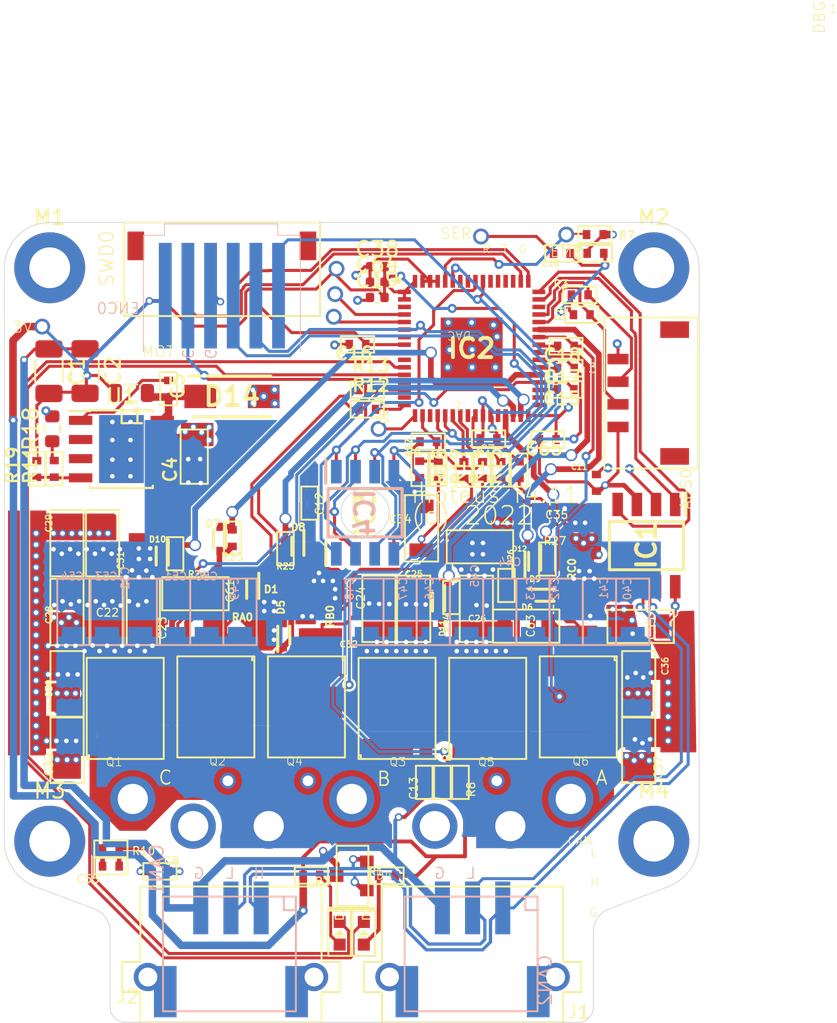
<source format=kicad_pcb>
(kicad_pcb (version 20221018) (generator pcbnew)
  (layers (0 "F.Cu" signal) (1 "In1.Cu" signal) (2 "In2.Cu" signal) (31 "B.Cu" signal) (34 "B.Paste" user) (35 "F.Paste" user) (36 "B.SilkS" user "B.Silkscreen") (37 "F.SilkS" user "F.Silkscreen") (38 "B.Mask" user) (39 "F.Mask" user) (44 "Edge.Cuts" user))
  (net 0 "")
  (net 1 "+3V3")
  (net 2 "/SHA")
  (net 3 "/I2C_ABS_SCL")
  (net 4 "/I2C_ABS_SDA")
  (net 5 "/SHB")
  (net 6 "/SHC")
  (net 7 "/NRST")
  (net 8 "/VTEMP_FET")
  (net 9 "/BOOT1")
  (net 10 "/BOOT2")
  (net 11 "/BOOT3")
  (net 12 "Net-(C55-PadP$1)")
  (net 13 "/VBAT_SENSE")
  (net 14 "/AS5047_SDA")
  (net 16 "Net-(IC2-PA1)")
  (net 17 "/SXA_P")
  (net 18 "V+")
  (net 19 "/SXB_P")
  (net 20 "/SXC_P")
  (net 21 "/GLA_D")
  (net 22 "Net-(D2-PadANODE)")
  (net 23 "/LED2")
  (net 24 "Net-(D3-PadANODE)")
  (net 25 "/LED1")
  (net 26 "/GLB_D")
  (net 27 "/GLC_D")
  (net 28 "/GLA")
  (net 29 "/GLB")
  (net 30 "/GLC")
  (net 31 "/GHA")
  (net 32 "/GHA_D")
  (net 33 "/GHB")
  (net 34 "/GHB_D")
  (net 35 "/GHC")
  (net 36 "/GHC_D")
  (net 37 "/DAC")
  (net 38 "/DEBUG1")
  (net 39 "/DEBUG2")
  (net 40 "GND")
  (net 41 "/CAN_P")
  (net 42 "/CAN_N")
  (net 46 "/CAN_TX")
  (net 47 "/CAN_RX")
  (net 48 "/AS5047_SCL")
  (net 49 "Net-(IC2-PB0)")
  (net 50 "/AS5047_DIR")
  (net 54 "/AS5047_PGO")
  (net 57 "/VTEMP_MOT")
  (net 59 "/SWDIO")
  (net 60 "/SWCLK")
  (net 72 "Net-(IC2-PA3)")
  (net 74 "Net-(IC2-PA7)")
  (net 75 "Net-(IC2-PC5)")
  (net 77 "Net-(IC2-PB2)")
  (net 78 "/SXB_N")
  (net 79 "/SXC_N")
  (net 80 "/SXA_N")
  (net 81 "Z1")
  (net 82 "Z2")
  (net 83 "Z3")
  (net 84 "Net-(U1-BOOT)")
  (net 85 "Net-(U1-PH)")
  (net 86 "Net-(U1-VSENSE)")
  (net 87 "Net-(R11-PadP$2)")
  (footprint "controller:C1206" (layer "F.Cu") (at 132.2361 104.3036 90)
    (fp_text reference "C22")
    (fp_text value "10uF 50V" hide)
  )
  (footprint "controller:C0402" (layer "F.Cu") (at 162.68 86.7 180)
    (fp_text reference "C18")
    (fp_text value "1uF")
  )
  (footprint "controller:C0402" (layer "F.Cu") (at 145.71 97.1 90)
    (fp_text reference "C12")
    (fp_text value "0.1uF" hide)
  )
  (footprint "controller:SOT23-3" (layer "F.Cu") (at 148.5011 121.8036 90)
    (fp_text reference "D4")
    (fp_text value "DUAL_TVS" hide)
  )
  (footprint "controller:R0402" (layer "F.Cu") (at 150.834 121.793 180)
    (fp_text reference "R1")
    (fp_text value "510" hide)
  )
  (footprint "controller:24AWG_PAD" (layer "F.Cu") (at 157.06 79.43)
    (fp_text reference "DG2" hide)
    (fp_text value "PAD24AWG_PAD" hide)
  )
  (footprint "controller:R0402" (layer "F.Cu") (at 163.73 84.61)
    (fp_text reference "R4")
    (fp_text value "2k" hide)
  )
  (footprint "MountingHole:MountingHole_2.7mm_M2.5_DIN965_Pad" (layer "F.Cu") (at 128.5011 81.5036)
    (fp_text reference "M1")
    (fp_text value "MOUNT")
  )
  (footprint "controller:R0402" (layer "F.Cu") (at 163.6 83.3)
    (fp_text reference "R3")
    (fp_text value "2k" hide)
  )
  (footprint "controller:16AWG_PAD" (layer "F.Cu") (at 163.0011 116.7036)
    (fp_text reference "C0" hide)
    (fp_text value "PAD16AWG_PAD" hide)
  )
  (footprint "controller:C0402" (layer "F.Cu") (at 135.8011 121.5036)
    (fp_text reference "C8")
    (fp_text value "0.1uF" hide)
  )
  (footprint "controller:R0402" (layer "F.Cu") (at 155.1011 103.3536 -90)
    (fp_text reference "R24")
    (fp_text value "10" hide)
  )
  (footprint "controller:NetTie-2_SMD_Pad0.2mm" (layer "F.Cu") (at 162.99 104.96)
    (fp_text reference "NT5" hide)
    (fp_text value "NetTie_2" hide)
  )
  (footprint "controller:M1206" (layer "F.Cu") (at 146.0011 104.8036 -90)
    (fp_text reference "RB0")
    (fp_text value "0.5mOhm 1% 2W" hide)
  )
  (footprint "controller:C1206" (layer "F.Cu") (at 134.7011 104.3036 90)
    (fp_text reference "C23")
    (fp_text value "10uF 50V" hide)
  )
  (footprint "Capacitor_SMD:C_0402_1005Metric" (layer "F.Cu") (at 150.19 82.46)
    (fp_text reference "C64")
    (fp_text value "100nF")
  )
  (footprint "controller:R0402" (layer "F.Cu") (at 155.7011 115.6036 90)
    (fp_text reference "R8")
    (fp_text value "47k NTC" hide)
  )
  (footprint "controller:SODFL1608X70N" (layer "F.Cu") (at 160.6111 100.9536 -90)
    (fp_text reference "D9")
    (fp_text value "BAT41KFILM" hide)
  )
  (footprint "Capacitor_SMD:C_1206_3216Metric" (layer "F.Cu") (at 128.45 88.36 -90)
    (fp_text reference "C1")
    (fp_text value "100uF")
  )
  (footprint "controller:NetTie-2_SMD_Pad0.2mm" (layer "F.Cu") (at 146.62 104.46 180)
    (fp_text reference "NT1" hide)
    (fp_text value "NetTie_2" hide)
  )
  (footprint "controller:R0402" (layer "F.Cu") (at 161.4511 100.8036 -90)
    (fp_text reference "R27")
    (fp_text value "10" hide)
  )
  (footprint "controller:M1206" (layer "F.Cu") (at 163.75 104.62 -90)
    (fp_text reference "RC0")
    (fp_text value "0.5mOhm 1% 2W" hide)
  )
  (footprint "SamacSys:SOIC127P600X175-8N" (layer "F.Cu") (at 149.385 97.735 90)
    (fp_text reference "IC3")
    (fp_text value "AS5600-ASOM" hide)
  )
  (footprint "controller:LED0603" (layer "F.Cu") (at 149.3011 125.6036 -90)
    (fp_text reference "D3")
    (fp_text value "MF-LED-0603-RED" hide)
  )
  (footprint "controller:R0402" (layer "F.Cu") (at 149.53 90.88)
    (fp_text reference "R12")
    (fp_text value "1k")
  )
  (footprint "controller:C0402" (layer "F.Cu") (at 132.5511 121.1536)
    (fp_text reference "C55")
    (fp_text value "DNP" hide)
  )
  (footprint "controller:C1206" (layer "F.Cu") (at 138.1511 103.1036)
    (fp_text reference "C61")
    (fp_text value "0.1uF 50V" hide)
  )
  (footprint "controller:R0402" (layer "F.Cu") (at 154.23 94.87 -90)
    (fp_text reference "R5")
    (fp_text value "100k" hide)
  )
  (footprint "SamacSys:SOIC127P600X175-8N" (layer "F.Cu") (at 168.015 99.915 -90)
    (fp_text reference "IC1")
    (fp_text value "TJA1050T_CM,118" hide)
  )
  (footprint "controller:R0402" (layer "F.Cu") (at 127.65 94.84 90)
    (fp_text reference "R19")
    (fp_text value "10k")
  )
  (footprint "controller:SODFL1608X70N" (layer "F.Cu") (at 159.5711 101.4436 -90)
    (fp_text reference "D12")
    (fp_text value "BAT41KFILM" hide)
  )
  (footprint "controller:R0402" (layer "F.Cu") (at 158.38 94.9 90)
    (fp_text reference "R14")
    (fp_text value "1k")
  )
  (footprint "controller:C0402" (layer "F.Cu") (at 162.66 89.57 180)
    (fp_text reference "C15")
    (fp_text value "1uF")
  )
  (footprint "controller:XT30PW_MALE" (layer "F.Cu") (at 156.5011 118.5036 180)
    (fp_text reference "J1")
    (fp_text value "XT30XT30PW_MALE" hide)
  )
  (footprint "controller:R0402" (layer "F.Cu") (at 158.7461 102.5536 -90)
    (fp_text reference "R26")
    (fp_text value "10" hide)
  )
  (footprint "controller:C0402" (layer "F.Cu") (at 164.64 80.55 180)
    (fp_text reference "C9")
    (fp_text value "1uF" hide)
  )
  (footprint "controller:R0402" (layer "F.Cu") (at 140.59 99.42 -90)
    (fp_text reference "R23")
    (fp_text value "10" hide)
  )
  (footprint "controller:C1206" (layer "F.Cu") (at 129.6511 113.4536 -90)
    (fp_text reference "C32")
    (fp_text value "10uF 50V" hide)
  )
  (footprint "controller:XT30PW_MALE" (layer "F.Cu") (at 140.5011 118.5036 180)
    (fp_text reference "J2")
    (fp_text value "XT30XT30PW_MALE" hide)
  )
  (footprint "controller:C0603_NOBORDER" (layer "F.Cu") (at 148.2561 105.8536 180)
    (fp_text reference "C62")
    (fp_text value "0.1uF 50V" hide)
  )
  (footprint "controller:R0402" (layer "F.Cu") (at 128.8 94.83 90)
    (fp_text reference "R11")
    (fp_text value "5.6k")
  )
  (footprint "controller:C0402" (layer "F.Cu") (at 136.37 89.52 -90)
    (fp_text reference "C5")
    (fp_text value "0.01uF")
  )
  (footprint "Capacitor_SMD:C_0402_1005Metric" (layer "F.Cu") (at 150.19 83.47)
    (fp_text reference "C19")
    (fp_text value "100nF")
  )
  (footprint "controller:16AWG_PAD" (layer "F.Cu") (at 148.5011 116.7036)
    (fp_text reference "B0" hide)
    (fp_text value "PAD16AWG_PAD" hide)
  )
  (footprint "controller:C0402" (layer "F.Cu") (at 162.41 80.56 180)
    (fp_text reference "C10")
    (fp_text value "0.1uF" hide)
  )
  (footprint "controller:C1206" (layer "F.Cu") (at 156.7511 104.1036 90)
    (fp_text reference "C26")
    (fp_text value "10uF 50V" hide)
  )
  (footprint "controller:SODFL1608X70N" (layer "F.Cu") (at 154.2511 103.6536 -90)
    (fp_text reference "D11")
    (fp_text value "BAT41KFILM" hide)
  )
  (footprint "SamacSys:DIOM5127X261N" (layer "F.Cu") (at 140.57 90.03)
    (fp_text reference "D14")
    (fp_text value "SS14" hide)
  )
  (footprint "controller:SOP_ADVANCE_8" (layer "F.Cu") (at 151.5011 110.5036)
    (fp_text reference "Q3")
    (fp_text value "TPH1R204PLSOP_ADVANCE_8" hide)
  )
  (footprint "controller:C1206" (layer "F.Cu") (at 129.6411 104.3136 90)
    (fp_text reference "C28")
    (fp_text value "10uF 50V" hide)
  )
  (footprint "controller:SODFL1608X70N" (layer "F.Cu") (at 144.9318 99.9618 -90)
    (fp_text reference "D8")
    (fp_text value "BAT41KFILM" hide)
  )
  (footprint "controller:JST_S6B-ZR-SM4A-TF(LF)(SN)" (layer "F.Cu") (at 139.9011 83.8036)
    (fp_text reference "SWD0")
    (fp_text value "JST-ZH6" hide)
  )
  (footprint "controller:NetTie-2_SMD_Pad0.2mm" (layer "F.Cu") (at 162.99 104.28)
    (fp_text reference "NT6" hide)
    (fp_text value "NetTie_2" hide)
  )
  (footprint "controller:C1206_NOBORDER" (layer "F.Cu") (at 163.7311 99.0886 90)
    (fp_text reference "C35")
    (fp_text value "10uF 50V" hide)
  )
  (footprint "controller:R0402" (layer "F.Cu") (at 159.59 94.91 90)
    (fp_text reference "R15")
    (fp_text value "1k")
  )
  (footprint "Inductor_SMD:L_0805_2012Metric" (layer "F.Cu") (at 133.9075 89.8 180)
    (fp_text reference "L1")
    (fp_text value "22uH")
  )
  (footprint "controller:24AWG_PAD" (layer "F.Cu") (at 147.49 81.57)
    (fp_text reference "TEMP1" hide)
    (fp_text value "PAD24AWG_PAD" hide)
  )
  (footprint "SamacSys:QFN50P900X900X100-65N-D" (layer "F.Cu") (at 156.44 86.85)
    (fp_text reference "IC2")
    (fp_text value "STSPIN32G4" hide)
  )
  (footprint "controller:24AWG_PAD" (layer "F.Cu") (at 140.3011 115.5036)
    (fp_text reference "DA0" hide)
    (fp_text value "PAD24AWG_PAD" hide)
  )
  (footprint "Capacitor_SMD:C_0402_1005Metric" (layer "F.Cu") (at 150.2 81.43)
    (fp_text reference "C38")
    (fp_text value "10uF")
  )
  (footprint "controller:C0402" (layer "F.Cu") (at 153.57 93.03 180)
    (fp_text reference "C57")
    (fp_text value "0.01uF" hide)
  )
  (footprint "controller:SODFL1608X70N" (layer "F.Cu") (at 141.9461 102.8186 -90)
    (fp_text reference "D1")
    (fp_text value "BAT41KFILM" hide)
  )
  (footprint "controller:M1206" (layer "F.Cu") (at 140.8611 105.7336 180)
    (fp_text reference "RA0")
    (fp_text value "0.5mOhm 1% 2W" hide)
  )
  (footprint "controller:24AWG_PAD" (layer "F.Cu") (at 147.4 83.25)
    (fp_text reference "DBG1" hide)
    (fp_text value "PAD24AWG_PAD" hide)
  )
  (footprint "controller:C1206" (layer "F.Cu") (at 167.63 105.27)
    (fp_text reference "C33")
    (fp_text value "10uF 50V" hide)
  )
  (footprint "controller:R0402" (layer "F.Cu") (at 149.53 89.59)
    (fp_text reference "R13")
    (fp_text value "1k")
  )
  (footprint "controller:C1206" (layer "F.Cu") (at 153.12 98.77 90)
    (fp_text reference "C27")
    (fp_text value "10uF 50V" hide)
  )
  (footprint "controller:SODFL1608X70N" (layer "F.Cu") (at 135.9511 100.6036 -90)
    (fp_text reference "D10")
    (fp_text value "BAT41KFILM" hide)
  )
  (footprint "controller:R0402" (layer "F.Cu") (at 144.1118 100.1118 -90)
    (fp_text reference "R25")
    (fp_text value "10" hide)
  )
  (footprint "controller:C1206" (layer "F.Cu") (at 156.99 99.99 180)
    (fp_text reference "C34")
    (fp_text value "10uF 50V" hide)
  )
  (footprint "controller:NetTie-2_SMD_Pad0.2mm" (layer "F.Cu") (at 141.21 104.62 -90)
    (fp_text reference "NT8" hide)
    (fp_text value "NetTie_2" hide)
  )
  (footprint "controller:R0402" (layer "F.Cu") (at 153 94.87 90)
    (fp_text reference "R6")
    (fp_text value "4.7k" hide)
  )
  (footprint "controller:SOP_ADVANCE_8" (layer "F.Cu") (at 157.5011 110.5036)
    (fp_text reference "Q5")
    (fp_text value "TPH1R204PLSOP_ADVANCE_8" hide)
  )
  (footprint "MountingHole:MountingHole_2.7mm_M2.5_DIN965_Pad" (layer "F.Cu") (at 168.5011 81.5036)
    (fp_text reference "M2")
    (fp_text value "MOUNT")
  )
  (footprint "controller:24AWG_PAD" (layer "F.Cu") (at 158.1011 115.5036)
    (fp_text reference "DC0" hide)
    (fp_text value "PAD24AWG_PAD" hide)
  )
  (footprint "controller:C0402" (layer "F.Cu") (at 148.88 86.58 180)
    (fp_text reference "C16")
    (fp_text value "0.1uF")
  )
  (footprint "controller:C0402" (layer "F.Cu") (at 157.56 92.83 180)
    (fp_text reference "C3")
    (fp_text value "1uF" hide)
  )
  (footprint "Package_SO:TI_SO-PowerPAD-8_ThermalVias" (layer "F.Cu") (at 133.25 93.52)
    (fp_text reference "U1")
    (fp_text value "TPS5430DDAR")
  )
  (footprint "controller:C0402" (layer "F.Cu") (at 162.68 88.16 180)
    (fp_text reference "C17")
    (fp_text value "1uF")
  )
  (footprint "controller:C1206" (layer "F.Cu") (at 132.0011 99.7536 -90)
    (fp_text reference "C31")
    (fp_text value "10uF 50V" hide)
  )
  (footprint "controller:C0402" (layer "F.Cu") (at 153.3011 115.6036 -90)
    (fp_text reference "C13")
    (fp_text value "0.1uF" hide)
  )
  (footprint "controller:C1206" (layer "F.Cu") (at 167.5011 113.4536 -90)
    (fp_text reference "C37")
    (fp_text value "10uF 50V" hide)
  )
  (footprint "controller:16AWG_PAD" (layer "F.Cu") (at 134.0011 116.7036)
    (fp_text reference "A0" hide)
    (fp_text value "PAD16AWG_PAD" hide)
  )
  (footprint "controller:SOP_ADVANCE_8" (layer "F.Cu") (at 133.5011 110.5036)
    (fp_text reference "Q1")
    (fp_text value "TPH1R204PLSOP_ADVANCE_8" hide)
  )
  (footprint "controller:SODFL1608X70N" (layer "F.Cu") (at 144.0011 105.8536 90)
    (fp_text reference "D5")
    (fp_text value "BAT41KFILM" hide)
  )
  (footprint "controller:24AWG_PAD" (layer "F.Cu") (at 162.7011 79.3036)
    (fp_text reference "TEMP2" hide)
    (fp_text value "PAD24AWG_PAD" hide)
  )
  (footprint "controller:SOP_ADVANCE_8" (layer "F.Cu") (at 139.5011 110.8036 180)
    (fp_text reference "Q2")
    (fp_text value "TPH1R204PLSOP_ADVANCE_8" hide)
  )
  (footprint "controller:R0402" (layer "F.Cu") (at 132.5511 120.0036)
    (fp_text reference "R10")
    (fp_text value "DNP" hide)
  )
  (footprint "Resistor_SMD:R_0603_1608Metric" (layer "F.Cu") (at 128.67 92.175 90)
    (fp_text reference "R18")
    (fp_text value "270")
  )
  (footprint "controller:C1206" (layer "F.Cu") (at 160.0511 105.2536)
    (fp_text reference "C63")
    (fp_text value "0.1uF 50V" hide)
  )
  (footprint "controller:NetTie-2_SMD_Pad0.2mm" (layer "F.Cu") (at 146.79 105.14 180)
    (fp_text reference "NT4" hide)
    (fp_text value "NetTie_2" hide)
  )
  (footprint "controller:R0402" (layer "F.Cu") (at 157.16 94.91 90)
    (fp_text reference "R17")
    (fp_text value "1k")
  )
  (footprint "controller:JST_S4B-ZR-SM4A-TF(LF)(SN)" (layer "F.Cu") (at 167.4011 89.8036 -90)
    (fp_text reference "ABS0")
    (fp_text value "JST_ZH4" hide)
  )
  (footprint "controller:C1206" (layer "F.Cu") (at 150.3011 104.1036 90)
    (fp_text reference "C24")
    (fp_text value "10uF 50V" hide)
  )
  (footprint "controller:R0402" (layer "F.Cu") (at 136.8011 100.4536 -90)
    (fp_text reference "R22")
    (fp_text value "10" hide)
  )
  (footprint "controller:LED0603" (layer "F.Cu") (at 147.7011 125.6036 -90)
    (fp_text reference "D2")
    (fp_text value "MF-LED-0603-RED" hide)
  )
  (footprint "MountingHole:MountingHole_2.7mm_M2.5_DIN965_Pad" (layer "F.Cu") (at 128.5011 119.5036)
    (fp_text reference "M3")
    (fp_text value "MOUNT")
  )
  (footprint "controller:R0402" (layer "F.Cu") (at 145.8302 121.7676)
    (fp_text reference "R2")
    (fp_text value "510" hide)
  )
  (footprint "controller:SOP_ADVANCE_8" (layer "F.Cu") (at 163.5011 110.8036 180)
    (fp_text reference "Q6")
    (fp_text value "TPH1R204PLSOP_ADVANCE_8" hide)
  )
  (footprint "controller:SOP_ADVANCE_8" (layer "F.Cu") (at 145.5011 110.8036 180)
    (fp_text reference "Q4")
    (fp_text value "TPH1R204PLSOP_ADVANCE_8" hide)
  )
  (footprint "controller:R0402" (layer "F.Cu") (at 164.6011 79.3036)
    (fp_text reference "R7")
    (fp_text value "10k" hide)
  )
  (footprint "controller:24AWG_PAD" (layer "F.Cu") (at 147.31 84.75)
    (fp_text reference "DBG2" hide)
    (fp_text value "PAD24AWG_PAD" hide)
  )
  (footprint "controller:C1206" (layer "F.Cu") (at 167.5011 109.1036 -90)
    (fp_text reference "C36")
    (fp_text value "10uF 50V" hide)
  )
  (footprint "controller:24AWG_PAD" (layer "F.Cu") (at 128.0011 85.4036)
    (fp_text reference "D33" hide)
    (fp_text value "PAD24AWG_PAD" hide)
  )
  (footprint "controller:C0402_NOBORDER" (layer "F.Cu") (at 164.7011 95.7536 90)
    (fp_text reference "C11")
    (fp_text value "0.1uF" hide)
  )
  (footprint "controller:C1206" (layer "F.Cu") (at 129.6511 109.1036 -90)
    (fp_text reference "C30")
    (fp_text value "10uF 50V" hide)
  )
  (footprint "Capacitor_SMD:C_1206_3216Metric" (layer "F.Cu") (at 130.84 88.35 -90)
    (fp_text reference "C2")
    (fp_text value "100uF")
  )
  (footprint "controller:NetTie-2_SMD_Pad0.2mm" (layer "F.Cu") (at 140.52 104.63 -90)
    (fp_text reference "NT7" hide)
    (fp_text value "NetTie_2" hide)
  )
  (footprint "controller:C0805" (layer "F.Cu") (at 138.07 94.02 90)
    (fp_text reference "C4")
    (fp_text value "10uF")
  )
  (footprint "controller:SODFL1608X70N" (layer "F.Cu") (at 161.3011 103.2036)
    (fp_text reference "D6")
    (fp_text value "BAT41KFILM" hide)
  )
  (footprint "controller:24AWG_PAD" (layer "F.Cu") (at 150.28 92.18 -90)
    (fp_text reference "DAC0" hide)
    (fp_text value "PAD24AWG_PAD" hide)
  )
  (footprint "controller:SODFL1608X70N" (layer "F.Cu") (at 139.745 99.47 -90)
    (fp_text reference "D7")
    (fp_text value "BAT41KFILM" hide)
  )
  (footprint "controller:R0402" (layer "F.Cu") (at 155.93 94.91 90)
    (fp_text reference "R16")
    (fp_text value "1k")
  )
  (footprint "MountingHole:MountingHole_2.7mm_M2.5_DIN965_Pad" (layer "F.Cu") (at 168.5011 119.5036)
    (fp_text reference "M4")
    (fp_text value "MOUNT")
  )
  (footprint "controller:C1206" (layer "F.Cu") (at 152.6011 104.1036 90)
    (fp_text reference "C25")
    (fp_text value "10uF 50V" hide)
  )
  (footprint "controller:C0402" (layer "F.Cu") (at 161.48 92.89 180)
    (fp_text reference "C65")
    (fp_text value "100nF")
  )
  (footprint "controller:24AWG_PAD" (layer "F.Cu") (at 145.6011 115.5036)
    (fp_text reference "DB0" hide)
    (fp_text value "PAD24AWG_PAD" hide)
  )
  (footprint "controller:R0402" (layer "F.Cu") (at 154.5011 115.6036 -90)
    (fp_text reference "R9")
    (fp_text value "10k" hide)
  )
  (footprint "controller:C1206" (layer "F.Cu") (at 129.6411 99.7536 -90)
    (fp_text reference "C29")
    (fp_text value "10uF 50V" hide)
  )
  (footprint "controller:C1206_NOCREAM" (layer "B.Cu") (at 151.7011 104.3036 90)
    (fp_text reference "C47")
    (fp_text value "DNP" hide)
  )
  (footprint "controller:JST_S3B-PH-SM4-TB(LF)(SN)" (layer "B.Cu") (at 140.5011 126.9036)
    (fp_text reference "CAN1")
    (fp_text value "JST-PH3" hide)
  )
  (footprint "controller:C1206_NOCREAM" (layer "B.Cu") (at 160.5011 104.3036 90)
    (fp_text reference "C43")
    (fp_text value "DNP" hide)
  )
  (footprint "controller:C1206_NOCREAM" (layer "B.Cu") (at 167.1011 104.3036 90)
    (fp_text reference "C40")
    (fp_text value "DNP" hide)
  )
  (footprint "controller:PICO-SPOX-SMT-RA-6-NOPASTE" (layer "B.Cu") (at 139.9011 83.3536 180)
    (fp_text reference "ENC0")
    (fp_text value "PICO-SPOX-6NOPASTE" hide)
  )
  (footprint "controller:C1206_NOCREAM" (layer "B.Cu") (at 149.5011 104.3036 90)
    (fp_text reference "C48")
    (fp_text value "DNP" hide)
  )
  (footprint "controller:JST_S3B-PH-SM4-TB(LF)(SN)" (layer "B.Cu") (at 156.5011 126.9036)
    (fp_text reference "CAN2")
    (fp_text value "JST-PH3" hide)
  )
  (footprint "controller:C1206_NOCREAM" (layer "B.Cu") (at 132.3011 104.3036 90)
    (fp_text reference "C53")
    (fp_text value "DNP" hide)
  )
  (footprint "controller:C1206_NOCREAM" (layer "B.Cu") (at 136.7011 104.3036 90)
    (fp_text reference "C51")
    (fp_text value "DNP" hide)
  )
  (footprint "controller:C1206_NOCREAM" (layer "B.Cu") (at 162.7011 104.3036 90)
    (fp_text reference "C42")
    (fp_text value "DNP" hide)
  )
  (footprint "controller:C1206_NOCREAM" (layer "B.Cu") (at 156.1011 104.3036 90)
    (fp_text reference "C45")
    (fp_text value "DNP" hide)
  )
  (footprint "controller:C1206_NOCREAM" (layer "B.Cu") (at 141.1011 104.3036 90)
    (fp_text reference "C49")
    (fp_text value "DNP" hide)
  )
  (footprint "controller:C1206_NOCREAM" (layer "B.Cu") (at 130.1011 104.3036 90)
    (fp_text reference "C54")
    (fp_text value "DNP" hide)
  )
  (footprint "controller:C1206_NOCREAM" (layer "B.Cu") (at 134.5011 104.3036 90)
    (fp_text reference "C52")
    (fp_text value "DNP" hide)
  )
  (footprint "controller:C1206_NOCREAM" (layer "B.Cu") (at 158.3011 104.3036 90)
    (fp_text reference "C44")
    (fp_text value "DNP" hide)
  )
  (footprint "controller:C1206_NOCREAM" (layer "B.Cu") (at 164.9011 104.3036 90)
    (fp_text reference "C41")
    (fp_text value "DNP" hide)
  )
  (footprint "SamacSys:SOIC127P600X175-8N" (layer "B.Cu") (at 149.381184 97.738816 -90)
    (fp_text reference "IC4")
    (fp_text value "AS5600-ASOM" hide)
  )
  (footprint "controller:C1206_NOCREAM" (layer "B.Cu") (at 138.9011 104.3036 90)
    (fp_text reference "C50")
    (fp_text value "DNP" hide)
  )
  (footprint "controller:C1206_NOCREAM" (layer "B.Cu") (at 153.9011 104.3036 90)
    (fp_text reference "C46")
    (fp_text value "DNP" hide)
  )
  (gr_arc (start 133.5011 131.5036) (mid 132.793993 131.210707) (end 132.5011 130.5036) (stroke (width 0.05)) (layer "Edge.Cuts"))
  (gr_line (start 171.5011 119.5036) (end 171.5011 81.5036) (stroke (width 0.05)) (layer "Edge.Cuts"))
  (gr_arc (start 164.5011 125.5036) (mid 164.771091 124.600261) (end 165.501099 124.0036) (stroke (width 0.05)) (layer "Edge.Cuts"))
  (gr_line (start 168.5011 78.5036) (end 128.5011 78.5036) (stroke (width 0.05)) (layer "Edge.Cuts"))
  (gr_arc (start 168.5011 78.5036) (mid 170.62242 79.38228) (end 171.5011 81.5036) (stroke (width 0.05)) (layer "Edge.Cuts"))
  (gr_line (start 165.5011 124.0036) (end 169.5011 122.5036) (stroke (width 0.05)) (layer "Edge.Cuts"))
  (gr_line (start 125.5011 119.5036) (end 125.5011 81.5036) (stroke (width 0.05)) (layer "Edge.Cuts"))
  (gr_circle (center 149.38 97.738816) (end 150.77 96.96) (stroke (width 0.05)) (fill none) (layer "Edge.Cuts"))
  (gr_arc (start 171.5011 119.503599) (mid 170.951132 121.303621) (end 169.5011 122.5036) (stroke (width 0.05)) (layer "Edge.Cuts"))
  (gr_arc (start 125.5011 81.5036) (mid 126.37978 79.38228) (end 128.5011 78.5036) (stroke (width 0.05)) (layer "Edge.Cuts"))
  (gr_line (start 164.5011 130.5036) (end 164.5011 125.5036) (stroke (width 0.05)) (layer "Edge.Cuts"))
  (gr_line (start 133.5011 131.5036) (end 163.5011 131.5036) (stroke (width 0.05)) (layer "Edge.Cuts"))
  (gr_arc (start 164.5011 130.5036) (mid 164.208207 131.210707) (end 163.5011 131.5036) (stroke (width 0.05)) (layer "Edge.Cuts"))
  (gr_line (start 127.5011 122.5036) (end 131.5011 124.0036) (stroke (width 0.05)) (layer "Edge.Cuts"))
  (gr_arc (start 131.5011 124.0036) (mid 132.231108 124.600261) (end 132.5011 125.503599) (stroke (width 0.05)) (layer "Edge.Cuts"))
  (gr_arc (start 127.501101 122.5036) (mid 126.051069 121.303621) (end 125.5011 119.5036) (stroke (width 0.05)) (layer "Edge.Cuts"))
  (gr_line (start 132.5011 125.5036) (end 132.5011 130.5036) (stroke (width 0.05)) (layer "Edge.Cuts"))
  (gr_text "L" (at 140.8011 122.0536) (layer "B.SilkS") (effects (font (size 0.72 0.72) (thickness 0.08)) (justify left bottom mirror)))
  (gr_text "C" (at 138.0511 86.8036 -90) (layer "B.SilkS") (effects (font (size 0.72 0.72) (thickness 0.08)) (justify right top mirror)))
  (gr_text "G" (at 138.8011 122.0536) (layer "B.SilkS") (effects (font (size 0.72 0.72) (thickness 0.08)) (justify left bottom mirror)))
  (gr_text "G" (at 139.5511 86.8036 -90) (layer "B.SilkS") (effects (font (size 0.72 0.72) (thickness 0.08)) (justify right top mirror)))
  (gr_text "L" (at 156.7511 122.0536) (layer "B.SilkS") (effects (font (size 0.72 0.72) (thickness 0.08)) (justify left bottom mirror)))
  (gr_text "G" (at 154.7511 122.0536) (layer "B.SilkS") (effects (font (size 0.72 0.72) (thickness 0.08)) (justify left bottom mirror)))
  (gr_text "H" (at 142.8011 122.0536) (layer "B.SilkS") (effects (font (size 0.72 0.72) (thickness 0.08)) (justify left bottom mirror)))
  (gr_text "3V" (at 127.4011 85.0036) (layer "F.SilkS") (effects (font (size 0.736 0.736) (thickness 0.064)) (justify right top)))
  (gr_text "(c) 2022" (at 152.3661 97.2236) (layer "F.SilkS") (effects (font (size 1.196 1.196) (thickness 0.104)) (justify left top)))
  (gr_text "moteus r4.11" (at 152.3661 95.8986) (layer "F.SilkS") (effects (font (size 1.104 1.104) (thickness 0.096)) (justify left top)))
  (gr_text "CAN" (at 162.7511 119.8036) (layer "F.SilkS") (effects (font (size 0.560832 0.560832) (thickness 0.048768)) (justify left bottom)))
  (gr_text "TEMP" (at 163.9011 80.0036) (layer "F.SilkS") (effects (font (size 0.736 0.736) (thickness 0.064)) (justify right top)))
  (gr_text "DBG" (at 179.03 63.76 90) (layer "F.SilkS") (effects (font (size 0.736 0.736) (thickness 0.064)) (justify right top)))
  (gr_text "G" (at 164.2011 124.5536) (layer "F.SilkS") (effects (font (size 0.560832 0.560832) (thickness 0.048768)) (justify left bottom)))
  (gr_text "MOT" (at 134.5511 87.5036) (layer "F.SilkS") (effects (font (size 0.736 0.736) (thickness 0.064)) (justify left bottom)))
  (gr_text "A" (at 164.592 115.824) (layer "F.SilkS") (effects (font (size 0.9144 0.9144) (thickness 0.1016)) (justify left bottom)))
  (gr_text "3" (at 164.11 88.52) (layer "F.SilkS") (effects (font (size 0.63 0.63) (thickness 0.07)) (justify left bottom)))
  (gr_text "DAC" (at 154.775 86.325 180) (layer "F.SilkS") (effects (font (size 0.560832 0.560832) (thickness 0.048768)) (justify right top)))
  (gr_text "H" (at 164.2511 122.5536) (layer "F.SilkS") (effects (font (size 0.560832 0.560832) (thickness 0.048768)) (justify left bottom)))
  (gr_text "SER" (at 156.5011 78.8036) (layer "F.SilkS") (effects (font (size 0.736 0.736) (thickness 0.064)) (justify right top)))
  (gr_text "B" (at 150.1011 115.9036) (layer "F.SilkS") (effects (font (size 0.9144 0.9144) (thickness 0.1016)) (justify left bottom)))
  (gr_text "3" (at 132.5511 84.4036) (layer "F.SilkS") (effects (font (size 0.560832 0.560832) (thickness 0.048768)) (justify left bottom)))
  (gr_text "G" (at 159.5011 80.6036) (layer "F.SilkS") (effects (font (size 0.560832 0.560832) (thickness 0.048768)) (justify left bottom)))
  (gr_text "1" (at 180.08 64.66) (layer "F.SilkS") (effects (font (size 0.560832 0.560832) (thickness 0.048768)) (justify left bottom)))
  (gr_text "2" (at 155.22 91) (layer "F.SilkS") (effects (font (size 0.560832 0.560832) (thickness 0.048768)) (justify left bottom)))
  (gr_text "R" (at 157.1011 80.6036) (layer "F.SilkS") (effects (font (size 0.560832 0.560832) (thickness 0.048768)) (justify left bottom)))
  (gr_text "T" (at 158.4011 80.6036) (layer "F.SilkS") (effects (font (size 0.560832 0.560832) (thickness 0.048768)) (justify left bottom)))
  (gr_text "L" (at 164.2511 120.5536) (layer "F.SilkS") (effects (font (size 0.560832 0.560832) (thickness 0.048768)) (justify left bottom)))
  (gr_text "C" (at 135.636 115.824) (layer "F.SilkS") (effects (font (size 0.9144 0.9144) (thickness 0.1016)) (justify left bottom)))
  (segment (start 150.1711 82.9711) (end 150.67 83.47) (width 0.2) (layer "F.Cu") (net 1))
  (segment (start 137.7175 85.37) (end 136.1511 83.8036) (width 0.2) (layer "F.Cu") (net 1))
  (segment (start 157.19 91.3) (end 157.19 90.35) (width 0.2) (layer "F.Cu") (net 1))
  (segment (start 127.65 90.635) (end 128.45 89.835) (width 0.2) (layer "F.Cu") (net 1))
  (segment (start 147.8061 99.4961) (end 148.0189 99.4961) (width 0.2) (layer "F.Cu") (net 1))
  (segment (start 160.93 92.89) (end 160.93 95.122378) (width 0.2) (layer "F.Cu") (net 1))
  (segment (start 135.9626 83.7036) (end 135.1011 83.7036) (width 0.254) (layer "F.Cu") (net 1))
  (segment (start 162.91 83.44) (end 162.91 84.34) (width 0.2) (layer "F.Cu") (net 1))
  (segment (start 165.27 81.34) (end 163.74 81.34) (width 0.2) (layer "F.Cu") (net 1))
  (segment (start 154.0961 120.5036) (end 153.417331 120.5036) (width 0.254) (layer "F.Cu") (net 1))
  (segment (start 152.435331 119.5216) (end 146.339317 119.5216) (width 0.254) (layer "F.Cu") (net 1))
  (segment (start 146.339317 119.5216) (end 145.2802 120.580717) (width 0.254) (layer "F.Cu") (net 1))
  (segment (start 157.19 91.3) (end 157.19 92.65) (width 0.2) (layer "F.Cu") (net 1))
  (segment (start 164.8861 96.3036) (end 164.7861 96.4036) (width 0.3048) (layer "F.Cu") (net 1))
  (segment (start 126.0687 86.3261) (end 126.9912 85.4036) (width 0.5) (layer "F.Cu") (net 1))
  (segment (start 127.65 94.29) (end 127.65 90.635) (width 0.2) (layer "F.Cu") (net 1))
  (segment (start 161.497622 95.69) (end 164.0875 95.69) (width 0.2) (layer "F.Cu") (net 1))
  (segment (start 155.7011 117.0036) (end 155.7011 116.1536) (width 0.254) (layer "F.Cu") (net 1))
  (segment (start 159.26 87.84) (end 159.26 85.1922) (width 0.2) (layer "F.Cu") (net 1))
  (segment (start 147.36 97.67) (end 147.36 99.05) (width 0.2) (layer "F.Cu") (net 1))
  (segment (start 130.93 88.67) (end 130.96 88.64) (width 0.2) (layer "F.Cu") (net 1))
  (segment (start 147.49 81.57) (end 146.1453 82.9147) (width 0.2) (layer "F.Cu") (net 1))
  (segment (start 163.05 83.3) (end 163.05 83.77) (width 0.2) (layer "F.Cu") (net 1))
  (segment (start 135.2511 121.5036) (end 134.5011 121.5036) (width 0.5) (layer "F.Cu") (net 1))
  (segment (start 147.49 81.57) (end 147.49 82.025135) (width 0.2) (layer "F.Cu") (net 1))
  (segment (start 140.94 85.37) (end 137.7175 85.37) (width 0.2) (layer "F.Cu") (net 1))
  (segment (start 150.68 81.43) (end 150.68 82.45) (width 0.2) (layer "F.Cu") (net 1))
  (segment (start 132.125 89.08) (end 132.845 89.8) (width 0.2) (layer "F.Cu") (net 1))
  (segment (start 148.435965 82.9711) (end 150.1711 82.9711) (width 0.2) (layer "F.Cu") (net 1))
  (segment (start 151.07 82.06) (end 150.67 82.46) (width 0.2) (layer "F.Cu") (net 1))
  (segment (start 148.72 100.49) (end 148.75 100.46) (width 0.2) (layer "F.Cu") (net 1))
  (segment (start 153.0861 121.5136) (end 154.0961 120.5036) (width 0.254) (layer "F.Cu") (net 1))
  (segment (start 156.0011 120.5036) (end 156.0011 117.3036) (width 0.254) (layer "F.Cu") (net 1))
  (segment (start 126.0687 91.5712) (end 126.0687 86.3261) (width 0.5) (layer "F.Cu") (net 1))
  (segment (start 130.765 89.75) (end 128.411471 89.75) (width 0.2) (layer "F.Cu") (net 1))
  (segment (start 167.38 96.765) (end 167.38 97.19) (width 0.3048) (layer "F.Cu") (net 1))
  (segment (start 165.27 81.34) (end 165.27 80.63) (width 0.2) (layer "F.Cu") (net 1))
  (segment (start 164.0875 95.69) (end 164.7011 96.3036) (width 0.2) (layer "F.Cu") (net 1))
  (segment (start 165.2761 95.9136) (end 166.1311 95.0586) (width 0.2) (layer "F.Cu") (net 1))
  (segment (start 163.74 81.34) (end 162.96 80.56) (width 0.2) (layer "F.Cu") (net 1))
  (segment (start 146.1453 82.9147) (end 141.6853 82.9147) (width 0.2) (layer "F.Cu") (net 1))
  (segment (start 147.49 82.025135) (end 148.435965 82.9711) (width 0.2) (layer "F.Cu") (net 1))
  (segment (start 136.0511 83.8036) (end 135.9631 83.7156) (width 0.254) (layer "F.Cu") (net 1))
  (segment (start 126.1011 91.6036) (end 126.0687 91.5712) (width 0.5) (layer "F.Cu") (net 1))
  (segment (start 145.288 124.1044) (end 145.288 121.7754) (width 0.5) (layer "F.Cu") (net 1))
  (segment (start 163.05 83.3) (end 162.91 83.44) (width 0.2) (layer "F.Cu") (net 1))
  (segment (start 130.93 89.735) (end 130.93 88.67) (width 0.2) (layer "F.Cu") (net 1))
  (segment (start 151.31 83.1) (end 150.67 82.46) (width 0.2) (layer "F.Cu") (net 1))
  (segment (start 147.36 99.05) (end 147.8061 99.4961) (width 0.2) (layer "F.Cu") (net 1))
  (segment (start 148.0189 99.4961) (end 148.75 100.2272) (width 0.2) (layer "F.Cu") (net 1))
  (segment (start 132.845 89.8) (end 131.685 88.64) (width 0.2) (layer "F.Cu") (net 1))
  (segment (start 150.68 82.45) (end 150.67 82.46) (width 0.2) (layer "F.Cu") (net 1))
  (segment (start 135.9631 83.7156) (end 135.9626 83.7036) (width 0.254) (layer "F.Cu") (net 1))
  (segment (start 154.0961 120.5036) (end 156.0011 120.5036) (width 0.254) (layer "F.Cu") (net 1))
  (segment (start 150.67 83.47) (end 150.67 82.46) (width 0.2) (layer "F.Cu") (net 1))
  (segment (start 153.0858 121.5136) (end 152.8064 121.793) (width 0.254) (layer "F.Cu") (net 1))
  (segment (start 131.685 88.64) (end 130.96 88.64) (width 0.2) (layer "F.Cu") (net 1))
  (segment (start 164.7011 96.3036) (end 164.8861 96.3036) (width 0.1524) (layer "F.Cu") (net 1))
  (segment (start 153.417331 120.5036) (end 152.435331 119.5216) (width 0.254) (layer "F.Cu") (net 1))
  (segment (start 165.27 80.63) (end 165.19 80.55) (width 0.2) (layer "F.Cu") (net 1))
  (segment (start 147.36 97.67) (end 145.73 97.67) (width 0.2) (layer "F.Cu") (net 1))
  (segment (start 130.84 89.825) (end 130.93 89.735) (width 0.2) (layer "F.Cu") (net 1))
  (segment (start 166.5286 95.9136) (end 167.38 96.765) (width 0.3048) (layer "F.Cu") (net 1))
  (segment (start 145.73 97.67) (end 145.71 97.65) (width 0.2) (layer "F.Cu") (net 1))
  (segment (start 166.1311 95.0586) (end 166.1311 92.0536) (width 0.2) (layer "F.Cu") (net 1))
  (segment (start 165.2761 95.9136) (end 164.8861 96.3036) (width 0.3048) (layer "F.Cu") (net 1))
  (segment (start 127.65 94.29) (end 127.65 91.938529) (width 0.2) (layer "F.Cu") (net 1))
  (segment (start 157.19 90.35) (end 157.15 90.31) (width 0.2) (layer "F.Cu") (net 1))
  (segment (start 132.545 90.1) (end 132.845 89.8) (width 0.2) (layer "F.Cu") (net 1))
  (segment (start 145.2802 120.580717) (end 145.2802 121.7676) (width 0.254) (layer "F.Cu") (net 1))
  (segment (start 145.288 121.7754) (end 145.2802 121.7676) (width 0.5) (layer "F.Cu") (net 1))
  (segment (start 151.99 83.6) (end 151.99 83.1) (width 0.2) (layer "F.Cu") (net 1))
  (segment (start 126.9912 85.4036) (end 128.0011 85.4036) (width 0.5) (layer "F.Cu") (net 1))
  (segment (start 162.91 84.34) (end 163.18 84.61) (width 0.2) (layer "F.Cu") (net 1))
  (segment (start 152.69 82.4) (end 151.99 83.1) (width 0.2) (layer "F.Cu") (net 1))
  (segment (start 157.19 92.65) (end 157.01 92.83) (width 0.2) (layer "F.Cu") (net 1))
  (segment (start 156.0011 117.3036) (end 155.7011 117.0036) (width 0.254) (layer "F.Cu") (net 1))
  (segment (start 151.99 83.1) (end 151.31 83.1) (width 0.2) (layer "F.Cu") (net 1))
  (segment (start 159.26 85.1922) (end 158.2678 84.2) (width 0.2) (layer "F.Cu") (net 1))
  (segment (start 158.2678 84.2) (end 155.15 84.2) (width 0.2) (layer "F.Cu") (net 1))
  (segment (start 141.48 83.12) (end 141.48 84.83) (width 0.2) (layer "F.Cu") (net 1))
  (segment (start 163.05 83.77) (end 162.4 84.42) (width 0.2) (layer "F.Cu") (net 1))
  (segment (start 127.65 90.651544) (end 127.65 90.6039) (width 0.2) (layer "F.Cu") (net 1))
  (segment (start 160.93 95.122378) (end 161.497622 95.69) (width 0.2) (layer "F.Cu") (net 1))
  (segment (start 165.2761 95.9136) (end 166.5286 95.9136) (width 0.3048) (layer "F.Cu") (net 1))
  (segment (start 136.1511 83.8036) (end 136.0511 83.8036) (width 0.254) (layer "F.Cu") (net 1))
  (segment (start 152.8064 121.793) (end 151.384 121.793) (width 0.254) (layer "F.Cu") (net 1))
  (segment (start 151.75 82.06) (end 151.07 82.06) (width 0.2) (layer "F.Cu") (net 1))
  (segment (start 153.0858 121.5136) (end 153.0861 121.5136) (width 0.254) (layer "F.Cu") (net 1))
  (segment (start 130.84 89.825) (end 130.765 89.75) (width 0.2) (layer "F.Cu") (net 1))
  (segment (start 141.6853 82.9147) (end 141.48 83.12) (width 0.2) (layer "F.Cu") (net 1))
  (segment (start 148.75 100.2272) (end 148.75 100.46) (width 0.2) (layer "F.Cu") (net 1))
  (segment (start 141.48 84.83) (end 140.94 85.37) (width 0.2) (layer "F.Cu") (net 1))
  (via (at 162.4 84.42) (size 0.6) (drill 0.3) (layers "F.Cu" "B.Cu") (net 1))
  (via (at 147.36 97.67) (size 0.6) (drill 0.3) (layers "F.Cu" "B.Cu") (net 1))
  (via (at 165.2761 95.9136) (size 0.508) (drill 0.3048) (layers "F.Cu" "B.Cu") (net 1))
  (via (at 155.15 84.2) (size 0.6) (drill 0.3) (layers "F.Cu" "B.Cu") (net 1))
  (via (at 134.5011 121.5036) (size 0.508) (drill 0.3048) (layers "F.Cu" "B.Cu") (net 1))
  (via (at 157.15 90.31) (size 0.6) (drill 0.3) (layers "F.Cu" "B.Cu") (net 1))
  (via (at 159.26 87.84) (size 0.6) (drill 0.3) (layers "F.Cu" "B.Cu") (net 1))
  (via (at 145.288 124.1044) (size 0.6) (drill 0.3) (layers "F.Cu" "B.Cu") (net 1))
  (via (at 130.96 88.64) (size 0.6) (drill 0.3) (layers "F.Cu" "B.Cu") (net 1))
  (via (at 151.75 82.06) (size 0.6) (drill 0.3) (layers "F.Cu" "B.Cu") (net 1))
  (via (at 126.084 91.6036) (size 0.6) (drill 0.3) (layers "F.Cu" "B.Cu") (net 1))
  (via (at 165.27 81.34) (size 0.6) (drill 0.3) (layers "F.Cu" "B.Cu") (net 1))
  (via (at 135.1011 83.7036) (size 0.508) (drill 0.3048) (layers "F.Cu" "B.Cu") (net 1))
  (segment (start 162.4 84.42) (end 162.4 84.21) (width 0.2) (layer "B.Cu") (net 1))
  (segment (start 126.1011 116.5036) (end 126.1011 91.6036) (width 0.5) (layer "B.Cu") (net 1))
  (segment (start 136.1511 83.3536) (end 135.8011 83.7036) (width 0.254) (layer "B.Cu") (net 1))
  (segment (start 134.6011 121.4036) (end 135.3011 121.4036) (width 0.5) (layer "B.Cu") (net 1))
  (segment (start 130.96 87.8447) (end 130.96 88.64) (width 0.254) (layer "B.Cu") (net 1))
  (segment (start 135.1011 83.7036) (end 130.96 87.8447) (width 0.254) (layer "B.Cu") (net 1))
  (segment (start 131.5011 120.3036) (end 131.5011 118.3536) (width 0.5) (layer "B.Cu") (net 1))
  (segment (start 153.89 84.2) (end 151.75 82.06) (width 0.2) (layer "B.Cu") (net 1))
  (segment (start 129.6511 116.5036) (end 126.1011 116.5036) (width 0.5) (layer "B.Cu") (net 1))
  (segment (start 135.3011 121.4036) (end 134.4011 120.5536) (width 0.5) (layer "B.Cu") (net 1))
  (segment (start 157.15 90.31) (end 157.93 91.09) (width 0.2) (layer "B.Cu") (net 1))
  (segment (start 128.0011 85.4036) (end 130.96 88.3625) (width 0.2) (layer "B.Cu") (net 1))
  (segment (start 134.5011 121.5036) (end 134.6011 121.4036) (width 0.5) (layer "B.Cu") (net 1))
  (segment (start 131.5011 118.3536) (end 129.6511 116.5036) (width 0.5) (layer "B.Cu") (net 1))
  (segment (start 142.9888 126.4036) (end 137.2011 126.4036) (width 0.5) (layer "B.Cu") (net 1))
  (segment (start 126.1011 91.6036) (end 126.084 91.6036) (width 0.5) (layer "B.Cu") (net 1))
  (segment (start 148.746184 95.013816) (end 148.746184 95.573816) (width 0.2) (layer "B.Cu") (net 1))
  (segment (start 134.2511 120.4036) (end 131.6011 120.4036) (width 0.5) (layer "B.Cu") (net 1))
  (segment (start 155.15 84.2) (end 153.89 84.2) (width 0.2) (layer "B.Cu") (net 1))
  (segment (start 130.96 88.3625) (end 130.96 88.64) (width 0.2) (layer "B.Cu") (net 1))
  (segment (start 134.4011 120.5536) (end 134.2511 120.4036) (width 0.5) (layer "B.Cu") (net 1))
  (segment (start 135.8011 83.7036) (end 135.1011 83.7036) (width 0.254) (layer "B.Cu") (net 1))
  (segment (start 160.062376 91.09) (end 160.770766 90.38161) (width 0.2) (layer "B.Cu") (net 1))
  (segment (start 157.93 91.09) (end 160.062376 91.09) (width 0.2) (layer "B.Cu") (net 1))
  (segment (start 160.770766 90.38161) (end 160.770766 89.350766) (width 0.2) (layer "B.Cu") (net 1))
  (segment (start 137.2011 126.4036) (end 135.3011 124.4036) (width 0.5) (layer "B.Cu") (net 1))
  (segment (start 160.770766 89.350766) (end 159.26 87.84) (width 0.2) (layer "B.Cu") (net 1))
  (segment (start 147.36 96.96) (end 147.36 97.67) (width 0.2) (layer "B.Cu") (net 1))
  (segment (start 131.6011 120.4036) (end 131.5011 120.3036) (width 0.5) (layer "B.Cu") (net 1))
  (segment (start 148.746184 95.573816) (end 147.36 96.96) (width 0.2) (layer "B.Cu") (net 1))
  (segment (start 135.3011 124.4036) (end 135.3011 121.4036) (width 0.5) (layer "B.Cu") (net 1))
  (segment (start 162.4 84.21) (end 165.27 81.34) (width 0.2) (layer "B.Cu") (net 1))
  (segment (start 145.288 124.1044) (end 142.9888 126.4036) (width 0.5) (layer "B.Cu") (net 1))
  (segment (start 139.5011 111.1536) (end 139.0511 111.1536) (width 0.2) (layer "F.Cu") (net 2))
  (segment (start 137.93 101.84) (end 137.93 104.15) (width 0.2) (layer "F.Cu") (net 2))
  (segment (start 136.9822 109.0847) (end 136.9822 105.0978) (width 0.2) (layer "F.Cu") (net 2))
  (segment (start 160.9089 89.0811) (end 162.7211 89.0811) (width 0.2) (layer "F.Cu") (net 2))
  (segment (start 158.915846 89.58) (end 154.78914 89.58) (width 0.2) (layer "F.Cu") (net 2))
  (segment (start 139.0511 111.1536) (end 136.9822 109.0847) (width 0.2) (layer "F.Cu") (net 2))
  (segment (start 160.89 89.1) (end 159.395846 89.1) (width 0.2) (layer "F.Cu") (net 2))
  (segment (start 162.7211 89.0811) (end 163.21 89.57) (width 0.2) (layer "F.Cu") (net 2))
  (segment (start 159.395846 89.1) (end 158.915846 89.58) (width 0.2) (layer "F.Cu") (net 2))
  (segment (start 154.78914 89.58) (end 153.935776 90.433364) (width 0.2) (layer "F.Cu") (net 2))
  (segment (start 160.89 89.1) (end 160.9089 89.0811) (width 0.2) (layer "F.Cu") (net 2))
  (segment (start 136.9822 105.0978) (end 137.93 104.15) (width 0.2) (layer "F.Cu") (net 2))
  (segment (start 138.66 101.11) (end 137.93 101.84) (width 0.2) (layer "F.Cu") (net 2))
  (via (at 153.935776 90.433364) (size 0.6) (drill 0.3) (layers "F.Cu" "B.Cu") (net 2))
  (via (at 138.66 101.11) (size 0.6) (drill 0.3) (layers "F.Cu" "B.Cu") (net 2))
  (segment (start 142.22 101.11) (end 138.66 101.11) (width 0.2) (layer "B.Cu") (net 2))
  (segment (start 144.86 98.47) (end 142.22 101.11) (width 0.2) (layer "B.Cu") (net 2))
  (segment (start 150.259324 89.830676) (end 144.86 95.23) (width 0.2) (layer "B.Cu") (net 2))
  (segment (start 153.935776 90.433364) (end 153.333088 89.830676) (width 0.2) (layer "B.Cu") (net 2))
  (segment (start 144.86 95.23) (end 144.86 98.47) (width 0.2) (layer "B.Cu") (net 2))
  (segment (start 153.333088 89.830676) (end 150.259324 89.830676) (width 0.2) (layer "B.Cu") (net 2))
  (segment (start 163.61 83.89) (end 163.61 82.9922) (width 0.2) (layer "F.Cu") (net 3))
  (segment (start 164.28 84.61) (end 164.28 84.56) (width 0.2) (layer "F.Cu") (net 3))
  (segment (start 164.28 84.56) (end 163.61 83.89) (width 0.2) (layer "F.Cu") (net 3))
  (segment (start 162.28 83.691471) (end 161.8 84.171471) (width 0.2) (layer "F.Cu") (net 3))
  (segment (start 165.2422 85.6222) (end 165.2422 89.6647) (width 0.2) (layer "F.Cu") (net 3))
  (segment (start 162.6111 82.8111) (end 162.28 83.1422) (width 0.2) (layer "F.Cu") (net 3))
  (segment (start 164.28 84.66) (end 165.2422 85.6222) (width 0.2) (layer "F.Cu") (net 3))
  (segment (start 161.515 85.1) (end 160.89 85.1) (width 0.2) (layer "F.Cu") (net 3))
  (segment (start 164.28 84.61) (end 164.28 84.66) (width 0.2) (layer "F.Cu") (net 3))
  (segment (start 161.8 84.171471) (end 161.8 84.815) (width 0.2) (layer "F.Cu") (net 3))
  (segment (start 163.61 82.9922) (end 163.4289 82.8111) (width 0.2) (layer "F.Cu") (net 3))
  (segment (start 162.28 83.1422) (end 162.28 83.691471) (width 0.2) (layer "F.Cu") (net 3))
  (segment (start 165.2422 89.6647) (end 166.1311 90.5536) (width 0.2) (layer "F.Cu") (net 3))
  (segment (start 161.8 84.815) (end 161.515 85.1) (width 0.2) (layer "F.Cu") (net 3))
  (segment (start 163.4289 82.8111) (end 162.6111 82.8111) (width 0.2) (layer "F.Cu") (net 3))
  (segment (start 162.479234 82.4922) (end 161.9289 83.042534) (width 0.2) (layer "F.Cu") (net 4))
  (segment (start 163.8422 82.4922) (end 162.479234 82.4922) (width 0.2) (layer "F.Cu") (net 4))
  (segment (start 164.15 83.3) (end 164.15 82.8) (width 0.2) (layer "F.Cu") (net 4))
  (segment (start 161.5111 84.021768) (end 161.5111 84.6) (width 0.2) (layer "F.Cu") (net 4))
  (segment (start 167.02 88.1647) (end 166.1311 89.0536) (width 0.2) (layer "F.Cu") (net 4))
  (segment (start 161.5111 84.6) (end 160.89 84.6) (width 0.2) (layer "F.Cu") (net 4))
  (segment (start 161.9289 83.603968) (end 161.5111 84.021768) (width 0.2) (layer "F.Cu") (net 4))
  (segment (start 164.15 82.8) (end 163.8422 82.4922) (width 0.2) (layer "F.Cu") (net 4))
  (segment (start 164.15 83.3) (end 167.02 86.17) (width 0.2) (layer "F.Cu") (net 4))
  (segment (start 161.9289 83.042534) (end 161.9289 83.603968) (width 0.2) (layer "F.Cu") (net 4))
  (segment (start 167.02 86.17) (end 167.02 88.1647) (width 0.2) (layer "F.Cu") (net 4))
  (segment (start 162.7411 87.6711) (end 163.23 88.16) (width 0.2) (layer "F.Cu") (net 5))
  (segment (start 146.3164 111.1536) (end 145.5011 111.1536) (width 0.2) (layer "F.Cu") (net 5))
  (segment (start 148.33 109.14) (end 146.3164 111.1536) (width 0.2) (layer "F.Cu") (net 5))
  (segment (start 160.9611 87.6711) (end 162.7411 87.6711) (width 0.2) (layer "F.Cu") (net 5))
  (segment (start 163.23 88.16) (end 163.6489 88.5789) (width 0.2) (layer "F.Cu") (net 5))
  (segment (start 160.89 87.6) (end 160.9611 87.6711) (width 0.2) (layer "F.Cu") (net 5))
  (segment (start 163.6489 92.409484) (end 163.209192 92.849192) (width 0.2) (layer "F.Cu") (net 5))
  (segment (start 163.6489 88.5789) (end 163.6489 92.409484) (width 0.2) (layer "F.Cu") (net 5))
  (via (at 148.33 109.14) (size 0.6) (drill 0.3) (layers "F.Cu" "B.Cu") (net 5))
  (via (at 163.209192 92.849192) (size 0.6) (drill 0.3) (layers "F.Cu" "B.Cu") (net 5))
  (segment (start 148.34 102.3869) (end 148.7669 101.96) (width 0.2) (layer "B.Cu") (net 5))
  (segment (start 152.889666 100.9789) (end 161.019374 92.849192) (width 0.2) (layer "B.Cu") (net 5))
  (segment (start 152.527462 100.9789) (end 152.889666 100.9789) (width 0.2) (layer "B.Cu") (net 5))
  (segment (start 161.019374 92.849192) (end 163.209192 92.849192) (width 0.2) (layer "B.Cu") (net 5))
  (segment (start 152.113984 101.392378) (end 152.527462 100.9789) (width 0.2) (layer "B.Cu") (net 5))
  (segment (start 152.113984 101.547382) (end 152.113984 101.392378) (width 0.2) (layer "B.Cu") (net 5))
  (segment (start 148.7669 101.96) (end 151.701366 101.96) (width 0.2) (layer "B.Cu") (net 5))
  (segment (start 151.701366 101.96) (end 152.113984 101.547382) (width 0.2) (layer "B.Cu") (net 5))
  (segment (start 148.33 109.14) (end 148.34 109.13) (width 0.2) (layer "B.Cu") (net 5))
  (segment (start 148.34 109.13) (end 148.34 102.3869) (width 0.2) (layer "B.Cu") (net 5))
  (segment (start 164.48 87.5) (end 164.48 93.53) (width 0.2) (layer "F.Cu") (net 6))
  (segment (start 163.23 86.7) (end 162.63 86.1) (width 0.2) (layer "F.Cu") (net 6))
  (segment (start 164.48 93.53) (end 164.015 93.995) (width 0.2) (layer "F.Cu") (net 6))
  (segment (start 162.63 86.1) (end 160.89 86.1) (width 0.2) (layer "F.Cu") (net 6))
  (segment (start 161.5761 113.5536) (end 161.3511 113.5536) (width 0.254) (layer "F.Cu") (net 6))
  (segment (start 163.68 86.7) (end 164.48 87.5) (width 0.2) (layer "F.Cu") (net 6))
  (segment (start 163.23 86.7) (end 163.68 86.7) (width 0.2) (layer "F.Cu") (net 6))
  (via (at 164.015 93.995) (size 0.6) (drill 0.3) (layers "F.Cu" "B.Cu") (net 6))
  (via (at 162.258886 109.911386) (size 0.6) (drill 0.3) (layers "F.Cu" "B.Cu") (net 6))
  (segment (start 162.09 98.791062) (end 162.09 101.8369) (width 0.2) (layer "B.Cu") (net 6))
  (segment (start 162.09 101.8369) (end 161.7122 102.2147) (width 0.2) (layer "B.Cu") (net 6))
  (segment (start 161.7122 102.2147) (end 161.7122 109.3647) (width 0.2) (layer "B.Cu") (net 6))
  (segment (start 164.015 93.995) (end 164.015 96.866062) (width 0.2) (layer "B.Cu") (net 6))
  (segment (start 161.7122 109.3647) (end 162.258886 109.911386) (width 0.2) (layer "B.Cu") (net 6))
  (segment (start 164.015 96.866062) (end 162.09 98.791062) (width 0.2) (layer "B.Cu") (net 6))
  (segment (start 151.99 86.6) (end 149.45 86.6) (width 0.2) (layer "F.Cu") (net 7))
  (segment (start 149.43 86.53) (end 149.43 86.58) (width 0.2) (layer "F.Cu") (net 7))
  (segment (start 143.2058 84.8583) (end 143.578232 84.8583) (width 0.2) (layer "F.Cu") (net 7))
  (segment (start 142.1511 83.8036) (end 143.2058 84.8583) (width 0.2) (layer "F.Cu") (net 7))
  (segment (start 143.578232 84.8583) (end 144.522132 85.8022) (width 0.2) (layer "F.Cu") (net 7))
  (segment (start 149.45 86.6) (end 149.43 86.58) (width 0.2) (layer "F.Cu") (net 7))
  (segment (start 144.522132 85.8022) (end 148.7022 85.8022) (width 0.2) (layer "F.Cu") (net 7))
  (segment (start 148.7022 85.8022) (end 149.43 86.53) (width 0.2) (layer "F.Cu") (net 7))
  (segment (start 153.3761 115.0036) (end 153.3011 115.0536) (width 0.127) (layer "F.Cu") (net 8))
  (segment (start 154.5011 115.0036) (end 153.3761 115.0036) (width 0.127) (layer "F.Cu") (net 8))
  (segment (start 154.5011 115.0036) (end 155.6261 115.0036) (width 0.127) (layer "F.Cu") (net 8))
  (segment (start 155.19 82.4) (end 155.19 81.7) (width 0.2) (layer "F.Cu") (net 8))
  (segment (start 154.64 113.9925) (end 154.64 113.57) (width 0.2) (layer "F.Cu") (net 8))
  (segment (start 155.19 81.7) (end 155.37 81.52) (width 0.2) (layer "F.Cu") (net 8))
  (segment (start 155.7011 115.0536) (end 154.64 113.9925) (width 0.2) (layer "F.Cu") (net 8))
  (segment (start 154.5011 115.0036) (end 154.5011 115.0536) (width 0.127) (layer "F.Cu") (net 8))
  (segment (start 155.6261 115.0036) (end 155.7011 115.0536) (width 0.127) (layer "F.Cu") (net 8))
  (via (at 155.37 81.52) (size 0.6) (drill 0.3) (layers "F.Cu" "B.Cu") (net 8))
  (via (at 154.64 113.57) (size 0.6) (drill 0.3) (layers "F.Cu" "B.Cu") (net 8))
  (segment (start 147.25 110.529999) (end 150.290001 113.57) (width 0.2) (layer "B.Cu") (net 8))
  (segment (start 150.290001 113.57) (end 154.64 113.57) (width 0.2) (layer "B.Cu") (net 8))
  (segment (start 152.407796 100.69) (end 151.825084 101.272712) (width 0.2) (layer "B.Cu") (net 8))
  (segment (start 155.37 81.52) (end 155.594264 81.52) (width 0.2) (layer "B.Cu") (net 8))
  (segment (start 151.5817 101.6711) (end 148.647234 101.6711) (width 0.2) (layer "B.Cu") (net 8))
  (segment (start 151.825084 101.427716) (end 151.5817 101.6711) (width 0.2) (layer "B.Cu") (net 8))
  (segment (start 152.77 100.69) (end 152.407796 100.69) (width 0.2) (layer "B.Cu") (net 8))
  (segment (start 151.825084 101.272712) (end 151.825084 101.427716) (width 0.2) (layer "B.Cu") (net 8))
  (segment (start 148.647234 101.6711) (end 148.05 102.268334) (width 0.2) (layer "B.Cu") (net 8))
  (segment (start 162.2556 90.688664) (end 161.9967 90.947564) (width 0.2) (layer "B.Cu") (net 8))
  (segment (start 147.25 109.221471) (end 147.25 110.529999) (width 0.2) (layer "B.Cu") (net 8))
  (segment (start 155.594264 81.52) (end 162.2556 88.181336) (width 0.2) (layer "B.Cu") (net 8))
  (segment (start 162.2556 88.181336) (end 162.2556 90.688664) (width 0.2) (layer "B.Cu") (net 8))
  (segment (start 148.05 108.421471) (end 147.25 109.221471) (width 0.2) (layer "B.Cu") (net 8))
  (segment (start 148.05 102.268334) (end 148.05 108.421471) (width 0.2) (layer "B.Cu") (net 8))
  (segment (start 161.9967 90.947564) (end 161.9967 91.4633) (width 0.2) (layer "B.Cu") (net 8))
  (segment (start 161.9967 91.4633) (end 152.77 100.69) (width 0.2) (layer "B.Cu") (net 8))
  (segment (start 162.11 89.57) (end 160.92 89.57) (width 0.2) (layer "F.Cu") (net 9))
  (segment (start 160.92 89.57) (end 160.89 89.6) (width 0.2) (layer "F.Cu") (net 9))
  (segment (start 162.13 88.16) (end 160.95 88.16) (width 0.2) (layer "F.Cu") (net 10))
  (segment (start 160.95 88.16) (end 160.89 88.1) (width 0.2) (layer "F.Cu") (net 10))
  (segment (start 162.13 86.7) (end 160.99 86.7) (width 0.2) (layer "F.Cu") (net 11))
  (segment (start 160.99 86.7) (end 160.89 86.6) (width 0.2) (layer "F.Cu") (net 11))
  (segment (start 132.0011 120.0036) (end 132.0011 121.1536) (width 0.3048) (layer "F.Cu") (net 12))
  (segment (start 153.19 92.1) (end 154.12 93.03) (width 0.2) (layer "F.Cu") (net 13))
  (segment (start 153.19 91.3) (end 153.19 92.1) (width 0.2) (layer "F.Cu") (net 13))
  (segment (start 154.12 93.03) (end 154.12 94.21) (width 0.2) (layer "F.Cu") (net 13))
  (segment (start 154.23 94.32) (end 153 94.32) (width 0.2) (layer "F.Cu") (net 13))
  (segment (start 154.12 94.21) (end 154.23 94.32) (width 0.2) (layer "F.Cu") (net 13))
  (segment (start 150.02 95.01) (end 150.02 93.7489) (width 0.2) (layer "F.Cu") (net 14))
  (segment (start 152.76147 85.6) (end 153.050736 85.310734) (width 0.2) (layer "F.Cu") (net 14))
  (segment (start 151.99 85.6) (end 152.76147 85.6) (width 0.2) (layer "F.Cu") (net 14))
  (via (at 153.050736 85.310734) (size 0.6) (drill 0.3) (layers "F.Cu" "B.Cu") (net 14))
  (via (at 150.02 93.7489) (size 0.6) (drill 0.3) (layers "F.Cu" "B.Cu") (net 14))
  (segment (start 150.555084 94.049916) (end 150.254068 93.7489) (width 0.2) (layer "B.Cu") (net 14))
  (segment (start 161.348566 90.778566) (end 161.348566 88.671471) (width 0.2) (layer "B.Cu") (net 14))
  (segment (start 151.417134 98.637866) (end 151.417134 96.647566) (width 0.2) (layer "B.Cu") (net 14))
  (segment (start 142.1511 83.3536) (end 142.1511 86.1564) (width 0.2) (layer "B.Cu") (net 14))
  (segment (start 158.958232 93.1689) (end 161.348566 90.778566) (width 0.2) (layer "B.Cu") (net 14))
  (segment (start 150.016184 100.463816) (end 150.016184 100.038816) (width 0.2) (layer "B.Cu") (net 14))
  (segment (start 154.82226 92.990684) (end 155.000476 93.1689) (width 0.2) (layer "B.Cu") (net 14))
  (segment (start 151.417134 96.647566) (end 150.555084 95.785516) (width 0.2) (layer "B.Cu") (net 14))
  (segment (start 153.471102 85.7311) (end 153.050736 85.310734) (width 0.2) (layer "B.Cu") (net 14))
  (segment (start 156.899666 85.7311) (end 153.471102 85.7311) (width 0.2) (layer "B.Cu") (net 14))
  (segment (start 161.348566 88.671471) (end 159.628195 86.9511) (width 0.2) (layer "B.Cu") (net 14))
  (segment (start 145.7175 85.59) (end 152.77147 85.59) (width 0.2) (layer "B.Cu") (net 14))
  (segment (start 150.016184 100.038816) (end 151.417134 98.637866) (width 0.2) (layer "B.Cu") (net 14))
  (segment (start 143.0372 87.0425) (end 144.265 87.0425) (width 0.2) (layer "B.Cu") (net 14))
  (segment (start 155.000476 93.1689) (end 158.958232 93.1689) (width 0.2) (layer "B.Cu") (net 14))
  (segment (start 150.555084 95.785516) (end 150.555084 94.049916) (width 0.2) (layer "B.Cu") (net 14))
  (segment (start 150.254068 93.7489) (end 150.02 93.7489) (width 0.2) (layer "B.Cu") (net 14))
  (segment (start 158.119666 86.9511) (end 156.899666 85.7311) (width 0.2) (layer "B.Cu") (net 14))
  (segment (start 152.77147 85.59) (end 153.050736 85.310734) (width 0.2) (layer "B.Cu") (net 14))
  (segment (start 144.265 87.0425) (end 145.7175 85.59) (width 0.2) (layer "B.Cu") (net 14))
  (segment (start 150.02 93.7489) (end 150.286393 93.7489) (width 0.2) (layer "B.Cu") (net 14))
  (segment (start 150.286393 93.7489) (end 151.044609 92.990684) (width 0.2) (layer "B.Cu") (net 14))
  (segment (start 151.044609 92.990684) (end 154.82226 92.990684) (width 0.2) (layer "B.Cu") (net 14))
  (segment (start 159.628195 86.9511) (end 158.119666 86.9511) (width 0.2) (layer "B.Cu") (net 14))
  (segment (start 142.1511 86.1564) (end 143.0372 87.0425) (width 0.2) (layer "B.Cu") (net 14))
  (segment (start 151.99 89.6) (end 150.09 89.6) (width 0.2) (layer "F.Cu") (net 16))
  (segment (start 150.09 89.6) (end 150.08 89.59) (width 0.2) (layer "F.Cu") (net 16))
  (segment (start 141.885 95.8468) (end 147.7218 90.01) (width 0.2) (layer "F.Cu") (net 17))
  (segment (start 141.360812 102.70472) (end 142.19128 102.70472) (width 0.2) (layer "F.Cu") (net 17))
  (segment (start 140.52 104.376) (end 141.09722 103.79878) (width 0.2) (layer "F.Cu") (net 17))
  (segment (start 143.155 101.741) (end 143.155 99.2432) (width 0.2) (layer "F.Cu") (net 17))
  (segment (start 141.885 97.9732) (end 141.885 95.8468) (width 0.2) (layer "F.Cu") (net 17))
  (segment (start 148.109999 90.01) (end 148.529999 89.59) (width 0.2) (layer "F.Cu") (net 17))
  (segment (start 141.09722 102.968312) (end 141.360812 102.70472) (width 0.2) (layer "F.Cu") (net 17))
  (segment (start 147.7218 90.01) (end 148.109999 90.01) (width 0.2) (layer "F.Cu") (net 17))
  (segment (start 142.19128 102.70472) (end 143.155 101.741) (width 0.2) (layer "F.Cu") (net 17))
  (segment (start 143.155 99.2432) (end 141.885 97.9732) (width 0.2) (layer "F.Cu") (net 17))
  (segment (start 141.09722 103.79878) (end 141.09722 102.968312) (width 0.2) (layer "F.Cu") (net 17))
  (segment (start 148.529999 89.59) (end 148.98 89.59) (width 0.2) (layer "F.Cu") (net 17))
  (segment (start 154.23 98.37) (end 153.12 99.48) (width 0.2) (layer "F.Cu") (net 18))
  (segment (start 154.23 95.42) (end 154.23 98.37) (width 0.2) (layer "F.Cu") (net 18))
  (segment (start 153.12 99.584648) (end 153.12 100.22) (width 0.2) (layer "F.Cu") (net 18))
  (via (at 150.1511 106.9036) (size 0.508) (drill 0.3048) (layers "F.Cu" "B.Cu") (net 18))
  (via (at 153.4011 106.9036) (size 0.508) (drill 0.3048) (layers "F.Cu" "B.Cu") (net 18))
  (via (at 137.4636 92.3589) (size 0.508) (drill 0.3048) (layers "F.Cu" "B.Cu") (net 18))
  (via (at 132.3011 106.5536) (size 0.508) (drill 0.3048) (layers "F.Cu" "B.Cu") (net 18))
  (via (at 133.8011 106.9036) (size 0.508) (drill 0.3048) (layers "F.Cu" "B.Cu") (net 18))
  (via (at 129.7011 108.4536) (size 0.508) (drill 0.3048) (layers "F.Cu" "B.Cu") (net 18))
  (via (at 134.8011 106.9036) (size 0.508) (drill 0.3048) (layers "F.Cu" "B.Cu") (net 18))
  (via (at 166.53 104.15) (size 0.508) (drill 0.3048) (layers "F.Cu" "B.Cu") (net 18))
  (via (at 150.8011 106.9036) (size 0.508) (drill 0.3048) (layers "F.Cu" "B.Cu") (net 18))
  (via (at 149.5011 106.9036) (size 0.508) (drill 0.3048) (layers "F.Cu" "B.Cu") (net 18))
  (via (at 127.6011 105.8536) (size 0.508) (drill 0.3048) (layers "F.Cu" "B.Cu") (net 18))
  (via (at 131.7511 99.1036) (size 0.508) (drill 0.3048) (layers "F.Cu" "B.Cu") (net 18))
  (via (at 165.79 104.13) (size 0.508) (drill 0.3048) (layers "F.Cu" "B.Cu") (net 18))
  (via (at 127.6011 105.1036) (size 0.508) (drill 0.3048) (layers "F.Cu" "B.Cu") (net 18))
  (via (at 153.12 99.48) (size 0.508) (drill 0.3048) (layers "F.Cu" "B.Cu") (net 18))
  (via (at 134.3011 106.5536) (size 0.508) (drill 0.3048) (layers "F.Cu" "B.Cu") (net 18))
  (via (at 127.6011 102.1036) (size 0.508) (drill 0.3048) (layers "F.Cu" "B.Cu") (net 18))
  (via (at 129.5908 106.553) (size 0.508) (drill 0.3048) (layers "F.Cu" "B.Cu") (net 18))
  (via (at 128.3011 112.8536) (size 0.508) (drill 0.3048) (layers "F.Cu" "B.Cu") (net 18))
  (via (at 131.3434 106.5276) (size 0.508) (drill 0.3048) (layers "F.Cu" "B.Cu") (net 18))
  (via (at 127.6011 108.1036) (size 0.508) (drill 0.3048) (layers "F.Cu" "B.Cu") (net 18))
  (via (at 166.7511 108.6536) (size 0.508) (drill 0.3048) (layers "F.Cu" "B.Cu") (net 18))
  (via (at 127.6011 103.6036) (size 0.508) (drill 0.3048) (layers "F.Cu" "B.Cu") (net 18))
  (via (at 158.14 98.4) (size 0.508) (drill 0.3048) (layers "F.Cu" "B.Cu") (net 18))
  (via (at 163.3474 99.441) (size 0.508) (drill 0.3048) (layers "F.Cu" "B.Cu") (net 18))
  (via (at 152.7511 106.3036) (size 0.508) (drill 0.3048) (layers "F.Cu" "B.Cu") (net 18))
  (via (at 129.0011 106.5536) (size 0.508) (drill 0.3048) (layers "F.Cu" "B.Cu") (net 18))
  (via (at 151.4511 106.3036) (size 0.508) (drill 0.3048) (layers "F.Cu" "B.Cu") (net 18))
  (via (at 128.7511 99.1036) (size 0.508) (drill 0.3048) (layers "F.Cu" "B.Cu") (net 18))
  (via (at 128.9511 112.8536) (size 0.508) (drill 0.3048) (layers "F.Cu" "B.Cu") (net 18))
  (via (at 127.6011 99.8536) (size 0.508) (drill 0.3048) (layers "F.Cu" "B.Cu") (net 18))
  (via (at 129.3511 99.1036) (size 0.508) (drill 0.3048) (layers "F.Cu" "B.Cu") (net 18))
  (via (at 132.3511 99.1036) (size 0.508) (drill 0.3048) (layers "F.Cu" "B.Cu") (net 18))
  (via (at 167.2511 112.7536) (size 0.508) (drill 0.3048) (layers "F.Cu" "B.Cu") (net 18))
  (via (at 128.7761 104.6686) (size 0.508) (drill 0.3048) (layers "F.Cu" "B.Cu") (net 18))
  (via (at 157.4011 106.9036) (size 0.508) (drill 0.3048) (layers "F.Cu" "B.Cu") (net 18))
  (via (at 169.4511 109.7036) (size 0.508) (drill 0.3048) (layers "F.Cu" "B.Cu") (net 18))
  (via (at 127.6011 108.8536) (size 0.508) (drill 0.3048) (layers "F.Cu" "B.Cu") (net 18))
  (via (at 157.4011 106.3036) (size 0.508) (drill 0.3048) (layers "F.Cu" "B.Cu") (net 18))
  (via (at 127.6011 111.8536) (size 0.508) (drill 0.3048) (layers "F.Cu" "B.Cu") (net 18))
  (via (at 139.06 92.07) (size 0.508) (drill 0.3048) (layers "F.Cu" "B.Cu") (net 18))
  (via (at 152.1011 106.3036) (size 0.508) (drill 0.3048) (layers "F.Cu" "B.Cu") (net 18))
  (via (at 168.3011 108.3536) (size 0.508) (drill 0.3048) (layers "F.Cu" "B.Cu") (net 18))
  (via (at 163.8511 99.7536) (size 0.508) (drill 0.3048) (layers "F.Cu" "B.Cu") (net 18))
  (via (at 130.3511 108.4536) (size 0.508) (drill 0.3048) (layers "F.Cu" "B.Cu") (net 18))
  (via (at 158.7011 106.9036) (size 0.508) (drill 0.3048) (layers "F.Cu" "B.Cu") (net 18))
  (via (at 156.7511 106.3036) (size 0.508) (drill 0.3048) (layers "F.Cu" "B.Cu") (net 18))
  (via (at 164.4011 99.4536) (size 0.508) (drill 0.3048) (layers "F.Cu" "B.Cu") (net 18))
  (via (at 127.6011 102.8536) (size 0.508) (drill 0.3048) (layers "F.Cu" "B.Cu") (net 18))
  (via (at 133.3011 106.5536) (size 0.508) (drill 0.3048) (layers "F.Cu" "B.Cu") (net 18))
  (via (at 169.4511 112.8536) (size 0.508) (drill 0.3048) (layers "F.Cu" "B.Cu") (net 18))
  (via (at 130.2761 105.0186) (size 0.508) (drill 0.3048) (layers "F.Cu" "B.Cu") (net 18))
  (via (at 150.8011 106.3036) (size 0.508) (drill 0.3048) (layers "F.Cu" "B.Cu") (net 18))
  (via (at 156.1011 106.9036) (size 0.508) (drill 0.3048) (layers "F.Cu" "B.Cu") (net 18))
  (via (at 128.4011 108.4536) (size 0.508) (drill 0.3048) (layers "F.Cu" "B.Cu") (net 18))
  (via (at 150.1648 106.299) (size 0.508) (drill 0.3048) (layers "F.Cu" "B.Cu") (net 18))
  (via (at 127.6011 111.1036) (size 0.508) (drill 0.3048) (layers "F.Cu" "B.Cu") (net 18))
  (via (at 138.0136 92.0589) (size 0.508) (drill 0.3048) (layers "F.Cu" "B.Cu") (net 18))
  (via (at 152.1011 106.9036) (size 0.508) (drill 0.3048) (layers "F.Cu" "B.Cu") (net 18))
  (via (at 158.81 98.41) (size 0.508) (drill 0.3048) (layers "F.Cu" "B.Cu") (net 18))
  (via (at 127.6011 107.3536) (size 0.508) (drill 0.3048) (layers "F.Cu" "B.Cu") (net 18))
  (via (at 127.6011 100.6036) (size 0.508) (drill 0.3048) (layers "F.Cu" "B.Cu") (net 18))
  (via (at 127.6011 99.1036) (size 0.508) (drill 0.3048) (layers "F.Cu" "B.Cu") (net 18))
  (via (at 168.2511 112.7536) (size 0.508) (drill 0.3048) (layers "F.Cu" "B.Cu") (net 18))
  (via (at 130.8011 106.9036) (size 0.508) (drill 0.3048) (layers "F.Cu" "B.Cu") (net 18))
  (via (at 129.7761 104.6686) (size 0.508) (drill 0.3048) (layers "F.Cu" "B.Cu") (net 18))
  (via (at 138.5636 92.4089) (size 0.508) (drill 0.3048) (layers "F.Cu" "B.Cu") (net 18))
  (via (at 167.7511 113.0036) (size 0.508) (drill 0.3048) (layers "F.Cu" "B.Cu") (net 18))
  (via (at 132.8011 106.9036) (size 0.508) (drill 0.3048) (layers "F.Cu" "B.Cu") (net 18))
  (via (at 127.6011 109.6036) (size 0.508) (drill 0.3048) (layers "F.Cu" "B.Cu") (net 18))
  (via (at 169.4511 110.4536) (size 0.508) (drill 0.3048) (layers "F.Cu" "B.Cu") (net 18))
  (via (at 167.101102 105.753599) (size 0.508) (drill 0.3048) (layers "F.Cu" "B.Cu") (net 18))
  (via (at 127.6011 106.6036) (size 0.508) (drill 0.3048) (layers "F.Cu" "B.Cu") (net 18))
  (via (at 155.4511 106.9036) (size 0.508) (drill 0.3048) (layers "F.Cu" "B.Cu") (net 18))
  (via (at 127.6011 104.3536) (size 0.508) (drill 0.3048) (layers "F.Cu" "B.Cu") (net 18))
  (via (at 153.4011 106.3036) (size 0.508) (drill 0.3048) (layers "F.Cu" "B.Cu") (net 18))
  (via (at 139.06 92.93) (size 0.508) (drill 0.3048) (layers "F.Cu" "B.Cu") (net 18))
  (via (at 151.4511 106.9036) (size 0.508) (drill 0.3048) (layers "F.Cu" "B.Cu") (net 18))
  (via (at 169.4511 112.0536) (size 0.508) (drill 0.3048) (layers "F.Cu" "B.Cu") (net 18))
  (via (at 129.2761 105.0186) (size 0.508) (drill 0.3048) (layers "F.Cu" "B.Cu") (net 18))
  (via (at 167.06 104.86) (size 0.508) (drill 0.3048) (layers "F.Cu" "B.Cu") (net 18))
  (via (at 131.1511 99.1036) (size 0.508) (drill 0.3048) (layers "F.Cu" "B.Cu") (net 18))
  (via (at 135.3011 106.5536) (size 0.508) (drill 0.3048) (layers "F.Cu" "B.Cu") (net 18))
  (via (at 164.8714 100.5078) (size 0.508) (drill 0.3048) (layers "F.Cu" "B.Cu") (net 18))
  (via (at 131.8011 106.9036) (size 0.508) (drill 0.3048) (layers "F.Cu" "B.Cu") (net 18))
  (via (at 129.0511 108.4536) (size 0.508) (drill 0.3048) (layers "F.Cu" "B.Cu") (net 18))
  (via (at 167.8011 108.6536) (size 0.508) (drill 0.3048) (layers "F.Cu" "B.Cu") (net 18))
  (via (at 129.9718 99.1108) (size 0.508) (drill 0.3048) (layers "F.Cu" "B.Cu") (net 18))
  (via (at 167.3011 108.3536) (size 0.508) (drill 0.3048) (layers "F.Cu" "B.Cu") (net 18))
  (via (at 156.7434 106.9086) (size 0.508) (drill 0.3048) (layers "F.Cu" "B.Cu") (net 18))
  (via (at 156.1011 106.3036) (size 0.508) (drill 0.3048) (layers "F.Cu" "B.Cu") (net 18))
  (via (at 127.6011 110.3536) (size 0.508) (drill 0.3048) (layers "F.Cu" "B.Cu") (net 18))
  (via (at 158.0511 106.9036) (size 0.508) (drill 0.3048) (layers "F.Cu" "B.Cu") (net 18))
  (via (at 130.2511 112.8536) (size 0.508) (drill 0.3048) (layers "F.Cu" "B.Cu") (net 18))
  (via (at 127.6011 113.3536) (size 0.508) (drill 0.3048) (layers "F.Cu" "B.Cu") (net 18))
  (via (at 169.4511 111.2536) (size 0.508) (drill 0.3048) (layers "F.Cu" "B.Cu") (net 18))
  (via (at 130.2004 106.553) (size 0.508) (drill 0.3048) (layers "F.Cu" "B.Cu") (net 18))
  (via (at 129.6011 112.8536) (size 0.508) (drill 0.3048) (layers "F.Cu" "B.Cu") (net 18))
  (via (at 152.7511 106.9036) (size 0.508) (drill 0.3048) (layers "F.Cu" "B.Cu") (net 18))
  (via (at 155.4511 106.3036) (size 0.508) (drill 0.3048) (layers "F.Cu" "B.Cu") (net 18))
  (via (at 130.5511 99.1036) (size 0.508) (drill 0.3048) (layers "F.Cu" "B.Cu") (net 18))
  (via (at 127.6011 112.6036) (size 0.508) (drill 0.3048) (layers "F.Cu" "B.Cu") (net 18))
  (via (at 128.397 106.553) (size 0.508) (drill 0.3048) (layers "F.Cu" "B.Cu") (net 18))
  (via (at 127.6011 101.3536) (size 0.508) (drill 0.3048) (layers "F.Cu" "B.Cu") (net 18))
  (via (at 169.4511 108.9536) (size 0.508) (drill 0.3048) (layers "F.Cu" "B.Cu") (net 18))
  (segment (start 149.2532 101.935) (end 153.7432 101.935) (width 0.2) (layer "F.Cu") (net 19))
  (segment (start 157.16 96.6482) (end 157.16 95.46) (width 0.2) (layer "F.Cu") (net 19))
  (segment (start 147.044 105.14) (end 147.073999 105.110001) (width 0.2) (layer "F.Cu") (net 19))
  (segment (start 149.057666 104.147489) (end 149.057666 102.130534) (width 0.2) (layer "F.Cu") (net 19))
  (segment (start 153.7432 101.935) (end 154.705 100.9732) (width 0.2) (layer "F.Cu") (net 19))
  (segment (start 154.705 100.9732) (end 154.705 99.1032) (width 0.2) (layer "F.Cu") (net 19))
  (segment (start 149.057666 102.130534) (end 149.2532 101.935) (width 0.2) (layer "F.Cu") (net 19))
  (segment (start 147.073999 105.110001) (end 148.095154 105.110001) (width 0.2) (layer "F.Cu") (net 19))
  (segment (start 154.705 99.1032) (end 157.16 96.6482) (width 0.2) (layer "F.Cu") (net 19))
  (segment (start 148.095154 105.110001) (end 149.057666 104.147489) (width 0.2) (layer "F.Cu") (net 19))
  (segment (start 161.105 103.7232) (end 161.105 102.5768) (width 0.2) (layer "F.Cu") (net 20))
  (segment (start 162.165 101.5168) (end 162.165 98.5932) (width 0.2) (layer "F.Cu") (net 20))
  (segment (start 161.5568 104.175) (end 161.105 103.7232) (width 0.2) (layer "F.Cu") (net 20))
  (segment (start 160.8168 97.245) (end 160.175 97.245) (width 0.2) (layer "F.Cu") (net 20))
  (segment (start 160.175 97.245) (end 158.38 95.45) (width 0.2) (layer "F.Cu") (net 20))
  (segment (start 161.951 104.175) (end 161.5568 104.175) (width 0.2) (layer "F.Cu") (net 20))
  (segment (start 161.105 102.5768) (end 162.165 101.5168) (width 0.2) (layer "F.Cu") (net 20))
  (segment (start 162.736 104.96) (end 161.951 104.175) (width 0.2) (layer "F.Cu") (net 20))
  (segment (start 162.165 98.5932) (end 160.8168 97.245) (width 0.2) (layer "F.Cu") (net 20))
  (segment (start 138.8773 102.0186) (end 139.745 101.1509) (width 0.381) (layer "F.Cu") (net 21))
  (segment (start 140.29 100.27) (end 140.59 99.97) (width 0.381) (layer "F.Cu") (net 21))
  (segment (start 138.8773 102.0186) (end 138.3094 102.5865) (width 0.381) (layer "F.Cu") (net 21))
  (segment (start 137.5961 105.020452) (end 137.5961 107.8536) (width 0.381) (layer "F.Cu") (net 21))
  (segment (start 139.745 101.1509) (end 139.745 100.27) (width 0.381) (layer "F.Cu") (net 21))
  (segment (start 139.745 100.27) (end 140.29 100.27) (width 0.381) (layer "F.Cu") (net 21))
  (segment (start 141.9461 102.0186) (end 138.8773 102.0186) (width 0.381) (layer "F.Cu") (net 21))
  (segment (start 138.3094 104.307153) (end 137.5961 105.020452) (width 0.381) (layer "F.Cu") (net 21))
  (segment (start 138.3094 102.5865) (end 138.3094 104.307153) (width 0.381) (layer "F.Cu") (net 21))
  (segment (start 147.1011 125.7536) (end 147.7011 126.3536) (width 0.2) (layer "F.Cu") (net 22))
  (segment (start 147.1011 122.5385) (end 147.1011 125.7536) (width 0.2) (layer "F.Cu") (net 22))
  (segment (start 146.3802 121.8176) (end 147.1011 122.5385) (width 0.2) (layer "F.Cu") (net 22))
  (segment (start 146.3802 121.7676) (end 146.3802 121.8176) (width 0.2) (layer "F.Cu") (net 22))
  (segment (start 131.44 118.286268) (end 131.44 122) (width 0.2) (layer "F.Cu") (net 23))
  (segment (start 139.520766 88.0289) (end 128.4711 88.0289) (width 0.2) (layer "F.Cu") (net 23))
  (segment (start 127.0187 90.864205) (end 127.0011 90.881805) (width 0.2) (layer "F.Cu") (net 23))
  (segment (start 148.29 125.4425) (end 147.7011 124.8536) (width 0.2) (layer "F.Cu") (net 23))
  (segment (start 131.44 122) (end 136.3825 126.9425) (width 0.2) (layer "F.Cu") (net 23))
  (segment (start 127.0187 91.695795) (end 127.0187 113.864968) (width 0.2) (layer "F.Cu") (net 23))
  (segment (start 127.0187 113.864968) (end 131.44 118.286268) (width 0.2) (layer "F.Cu") (net 23))
  (segment (start 151.99 88.6) (end 140.111866 88.6) (width 0.2) (layer "F.Cu") (net 23))
  (segment (start 140.111866 88.6) (end 139.530766 88.0189) (width 0.2) (layer "F.Cu") (net 23))
  (segment (start 136.3825 126.9425) (end 148.29 126.9425) (width 0.2) (layer "F.Cu") (net 23))
  (segment (start 128.4711 88.0289) (end 127.0187 89.4813) (width 0.2) (layer "F.Cu") (net 23))
  (segment (start 126.9911 90.931805) (end 126.9911 91.668195) (width 0.2) (layer "F.Cu") (net 23))
  (segment (start 139.530766 88.0189) (end 139.520766 88.0289) (width 0.2) (layer "F.Cu") (net 23))
  (segment (start 127.0011 90.921805) (end 126.9911 90.931805) (width 0.2) (layer "F.Cu") (net 23))
  (segment (start 126.9911 91.668195) (end 127.0187 91.695795) (width 0.2) (layer "F.Cu") (net 23))
  (segment (start 127.0187 89.4813) (end 127.0187 90.864205) (width 0.2) (layer "F.Cu") (net 23))
  (segment (start 127.0011 90.881805) (end 127.0011 90.921805) (width 0.2) (layer "F.Cu") (net 23))
  (segment (start 148.29 126.9425) (end 148.29 125.4425) (width 0.2) (layer "F.Cu") (net 23))
  (segment (start 150.284 125.3707) (end 150.284 121.793) (width 0.254) (layer "F.Cu") (net 24))
  (segment (start 149.3011 126.3536) (end 150.284 125.3707) (width 0.254) (layer "F.Cu") (net 24))
  (segment (start 136.0714 127.2314) (end 131.1511 122.3111) (width 0.2) (layer "F.Cu") (net 25))
  (segment (start 126.7122 113.967034) (end 126.7122 91.797861) (width 0.2) (layer "F.Cu") (net 25))
  (segment (start 148.409666 127.2314) (end 136.0714 127.2314) (width 0.2) (layer "F.Cu") (net 25))
  (segment (start 131.1511 118.405934) (end 126.7122 113.967034) (width 0.2) (layer "F.Cu") (net 25))
  (segment (start 149.3011 124.8536) (end 148.5789 125.5758) (width 0.2) (layer "F.Cu") (net 25))
  (segment (start 148.5789 127.062166) (end 148.409666 127.2314) (width 0.2) (layer "F.Cu") (net 25))
  (segment (start 150.995 87.73) (end 151.365 88.1) (width 0.2) (layer "F.Cu") (net 25))
  (segment (start 126.7122 91.797861) (end 126.7022 91.787861) (width 0.2) (layer "F.Cu") (net 25))
  (segment (start 131.521798 87.7339) (end 131.525698 87.73) (width 0.2) (layer "F.Cu") (net 25))
  (segment (start 151.365 88.1) (end 151.99 88.1) (width 0.2) (layer "F.Cu") (net 25))
  (segment (start 128.3 87.73) (end 129.854302 87.73) (width 0.2) (layer "F.Cu") (net 25))
  (segment (start 126.7022 91.787861) (end 126.7022 89.3278) (width 0.2) (layer "F.Cu") (net 25))
  (segment (start 131.1511 122.3111) (end 131.1511 118.405934) (width 0.2) (layer "F.Cu") (net 25))
  (segment (start 131.525698 87.73) (end 150.995 87.73) (width 0.2) (layer "F.Cu") (net 25))
  (segment (start 129.858202 87.7339) (end 131.521798 87.7339) (width 0.2) (layer "F.Cu") (net 25))
  (segment (start 129.854302 87.73) (end 129.858202 87.7339) (width 0.2) (layer "F.Cu") (net 25))
  (segment (start 148.5789 125.5758) (end 148.5789 127.062166) (width 0.2) (layer "F.Cu") (net 25))
  (segment (start 126.7022 89.3278) (end 128.3 87.73) (width 0.2) (layer "F.Cu") (net 25))
  (segment (start 144.1118 100.7618) (end 144.1118 100.6618) (width 0.381) (layer "F.Cu") (net 26))
  (segment (start 143.5961 107.0586) (end 143.5961 107.8536) (width 0.381) (layer "F.Cu") (net 26))
  (segment (start 144.1118 100.6618) (end 144.1118 102.3282) (width 0.381) (layer "F.Cu") (net 26))
  (segment (start 144.0011 106.6536) (end 143.5961 107.0586) (width 0.381) (layer "F.Cu") (net 26))
  (segment (start 144.05 102.39) (end 144.05 104.0587) (width 0.381) (layer "F.Cu") (net 26))
  (segment (start 144.4905 106.1142) (end 143.5961 107.0086) (width 0.381) (layer "F.Cu") (net 26))
  (segment (start 144.05 104.0587) (end 144.4905 104.4992) (width 0.381) (layer "F.Cu") (net 26))
  (segment (start 144.9318 100.7618) (end 144.1118 100.7618) (width 0.381) (layer "F.Cu") (net 26))
  (segment (start 143.5961 107.0086) (end 143.5961 107.8536) (width 0.381) (layer "F.Cu") (net 26))
  (segment (start 144.1118 102.3282) (end 144.05 102.39) (width 0.381) (layer "F.Cu") (net 26))
  (segment (start 144.4905 104.4992) (end 144.4905 106.1142) (width 0.381) (layer "F.Cu") (net 26))
  (segment (start 161.048593 106.609894) (end 161.458394 106.609894) (width 0.381) (layer "F.Cu") (net 27))
  (segment (start 161.4511 101.3536) (end 160.6111 102.1936) (width 0.381) (layer "F.Cu") (net 27))
  (segment (start 161.458394 106.609894) (end 161.5961 106.7476) (width 0.381) (layer "F.Cu") (net 27))
  (segment (start 160.5011 103.2036) (end 160.5011 106.062401) (width 0.381) (layer "F.Cu") (net 27))
  (segment (start 160.5011 106.062401) (end 161.048593 106.609894) (width 0.381) (layer "F.Cu") (net 27))
  (segment (start 161.5961 106.7476) (end 161.5961 107.8536) (width 0.381) (layer "F.Cu") (net 27))
  (segment (start 160.6111 102.1936) (end 160.6011 102.2036) (width 0.381) (layer "F.Cu") (net 27))
  (segment (start 160.6111 101.7536) (end 160.6111 102.1936) (width 0.381) (layer "F.Cu") (net 27))
  (segment (start 160.6011 102.2036) (end 160.6011 103.1036) (width 0.381) (layer "F.Cu") (net 27))
  (segment (start 160.5011 103.2036) (end 160.6011 103.1036) (width 0.381) (layer "F.Cu") (net 27))
  (segment (start 159.69 90.43) (end 159.88 90.24) (width 0.38) (layer "F.Cu") (net 28))
  (segment (start 140.59 98.87) (end 140.59 97.69) (width 0.38) (layer "F.Cu") (net 28))
  (segment (start 140.39 98.67) (end 140.59 98.87) (width 0.38) (layer "F.Cu") (net 28))
  (segment (start 159.69 91.3) (end 159.69 90.43) (width 0.38) (layer "F.Cu") (net 28))
  (segment (start 139.745 98.67) (end 140.39 98.67) (width 0.38) (layer "F.Cu") (net 28))
  (via (at 159.88 90.24) (size 0.8) (drill 0.6) (layers "F.Cu" "B.Cu") (net 28))
  (via (at 140.589997 97.690006) (size 0.8) (drill 0.6) (layers "F.Cu" "B.Cu") (net 28))
  (segment (start 150.84883 88.9822) (end 150.848154 88.982876) (width 0.38) (layer "B.Cu") (net 28))
  (segment (start 158.6222 88.9822) (end 150.84883 88.9822) (width 0.38) (layer "B.Cu") (net 28))
  (segment (start 159.88 90.24) (end 158.6222 88.9822) (width 0.38) (layer "B.Cu") (net 28))
  (segment (start 149.908154 88.982876) (end 149.86883 89.022199) (width 0.38) (layer "B.Cu") (net 28))
  (segment (start 150.848154 88.982876) (end 149.908154 88.982876) (width 0.38) (layer "B.Cu") (net 28))
  (segment (start 149.86883 89.022199) (end 149.257804 89.022199) (width 0.38) (layer "B.Cu") (net 28))
  (segment (start 149.257804 89.022199) (end 140.589997 97.690006) (width 0.38) (layer "B.Cu") (net 28))
  (segment (start 144.1118 98.9182) (end 144.1118 98.1217) (width 0.38) (layer "F.Cu") (net 29))
  (segment (start 144.1118 98.9182) (end 144.1118 99.5618) (width 0.381) (layer "F.Cu") (net 29))
  (segment (start 159.19 90.709656) (end 158.790344 90.31) (width 0.38) (layer "F.Cu") (net 29))
  (segment (start 159.19 91.3) (end 159.19 90.709656) (width 0.38) (layer "F.Cu") (net 29))
  (segment (start 158.790344 90.31) (end 158.52 90.31) (width 0.38) (layer "F.Cu") (net 29))
  (segment (start 144.6882 98.9182) (end 144.1118 98.9182) (width 0.381) (layer "F.Cu") (net 29))
  (segment (start 144.9318 99.1618) (end 144.6882 98.9182) (width 0.381) (layer "F.Cu") (net 29))
  (via (at 144.111808 98.121684) (size 0.8) (drill 0.6) (layers "F.Cu" "B.Cu") (net 29))
  (via (at 158.52 90.31) (size 0.8) (drill 0.6) (layers "F.Cu" "B.Cu") (net 29))
  (segment (start 150.102378 89.451776) (end 144.4811 95.073054) (width 0.38) (layer "B.Cu") (net 29))
  (segment (start 151.042378 89.451776) (end 150.102378 89.451776) (width 0.38) (layer "B.Cu") (net 29))
  (segment (start 157.6611 89.4511) (end 151.043054 89.4511) (width 0.38) (layer "B.Cu") (net 29))
  (segment (start 158.52 90.31) (end 157.6611 89.4511) (width 0.38) (layer "B.Cu") (net 29))
  (segment (start 144.481099 95.288901) (end 144.111808 95.658192) (width 0.38) (layer "B.Cu") (net 29))
  (segment (start 144.4811 95.073054) (end 144.481099 95.288901) (width 0.38) (layer "B.Cu") (net 29))
  (segment (start 151.043054 89.4511) (end 151.042378 89.451776) (width 0.38) (layer "B.Cu") (net 29))
  (segment (start 144.111808 95.658192) (end 144.111808 98.121684) (width 0.38) (layer "B.Cu") (net 29))
  (segment (start 161.4511 100.2536) (end 160.7111 100.2536) (width 0.38) (layer "F.Cu") (net 30))
  (segment (start 161.801776 96.53) (end 161.85 96.53) (width 0.38) (layer "F.Cu") (net 30))
  (segment (start 161.36 98.98) (end 161.36 100.1625) (width 0.38) (layer "F.Cu") (net 30))
  (segment (start 160.5511 95.279324) (end 161.801776 96.53) (width 0.38) (layer "F.Cu") (net 30))
  (segment (start 158.69 91.3) (end 158.69 92.485846) (width 0.38) (layer "F.Cu") (net 30))
  (segment (start 160.5511 94.346946) (end 160.5511 95.279324) (width 0.38) (layer "F.Cu") (net 30))
  (segment (start 161.36 100.1625) (end 161.4511 100.2536) (width 0.38) (layer "F.Cu") (net 30))
  (segment (start 160.7111 100.2536) (end 160.6111 100.1536) (width 0.38) (layer "F.Cu") (net 30))
  (segment (start 158.69 92.485846) (end 160.5511 94.346946) (width 0.38) (layer "F.Cu") (net 30))
  (via (at 161.85 96.53) (size 0.8) (drill 0.6) (layers "F.Cu" "B.Cu") (net 30))
  (via (at 161.36 98.98) (size 0.8) (drill 0.6) (layers "F.Cu" "B.Cu") (net 30))
  (segment (start 161.85 98.49) (end 161.85 96.53) (width 0.38) (layer "B.Cu") (net 30))
  (segment (start 161.36 98.98) (end 161.85 98.49) (width 0.38) (layer "B.Cu") (net 30))
  (segment (start 136.8011 99.9036) (end 136.0511 99.9036) (width 0.381) (layer "F.Cu") (net 31))
  (segment (start 136.0511 99.9036) (end 135.9511 99.8036) (width 0.381) (layer "F.Cu") (net 31))
  (segment (start 158.7811 89.1789) (end 154.1111 89.1789) (width 0.38) (layer "F.Cu") (net 31))
  (segment (start 153.74 88.8078) (end 153.74 87.13) (width 0.38) (layer "F.Cu") (net 31))
  (segment (start 138.13 99.88) (end 136.8247 99.88) (width 0.38) (layer "F.Cu") (net 31))
  (segment (start 154.1111 89.1789) (end 153.74 88.8078) (width 0.38) (layer "F.Cu") (net 31))
  (segment (start 159.36 88.6) (end 158.7811 89.1789) (width 0.38) (layer "F.Cu") (net 31))
  (segment (start 136.8247 99.88) (end 136.8011 99.9036) (width 0.38) (layer "F.Cu") (net 31))
  (segment (start 160.89 88.6) (end 159.36 88.6) (width 0.38) (layer "F.Cu") (net 31))
  (via (at 138.13 99.88) (size 0.8) (drill 0.6) (layers "F.Cu" "B.Cu") (net 31))
  (via (at 153.74 87.13) (size 0.8) (drill 0.6) (layers "F.Cu" "B.Cu") (net 31))
  (segment (start 138.13 99.88) (end 138.13 97.463114) (width 0.38) (layer "B.Cu") (net 31))
  (segment (start 138.13 97.463114) (end 148.463114 87.13) (width 0.38) (layer "B.Cu") (net 31))
  (segment (start 148.463114 87.13) (end 153.74 87.13) (width 0.38) (layer "B.Cu") (net 31))
  (segment (start 135.4061 113.4536) (end 136.6028 112.2569) (width 0.381) (layer "F.Cu") (net 32))
  (segment (start 137.5511 103.372347) (end 137.5511 101.7536) (width 0.381) (layer "F.Cu") (net 32))
  (segment (start 136.6028 112.2569) (end 136.6028 104.940648) (width 0.381) (layer "F.Cu") (net 32))
  (segment (start 136.8011 101.0036) (end 136.3511 101.0036) (width 0.381) (layer "F.Cu") (net 32))
  (segment (start 136.3511 101.0036) (end 135.9511 101.4036) (width 0.381) (layer "F.Cu") (net 32))
  (segment (start 136.6028 104.940648) (end 137.4306 104.112848) (width 0.381) (layer "F.Cu") (net 32))
  (segment (start 137.4306 104.112848) (end 137.4306 103.492848) (width 0.381) (layer "F.Cu") (net 32))
  (segment (start 137.4306 103.492848) (end 137.5511 103.372347) (width 0.381) (layer "F.Cu") (net 32))
  (segment (start 137.5511 101.7536) (end 136.8011 101.0036) (width 0.381) (layer "F.Cu") (net 32))
  (segment (start 160.89 87.1) (end 161.4222 87.1) (width 0.38) (layer "F.Cu") (net 33))
  (segment (start 154.2511 102.8536) (end 154.2511 102.5789) (width 0.381) (layer "F.Cu") (net 33))
  (segment (start 163.112933 93.921259) (end 163.030676 93.921259) (width 0.38) (layer "F.Cu") (net 33))
  (segment (start 161.4222 87.1) (end 161.6011 87.2789) (width 0.38) (layer "F.Cu") (net 33))
  (segment (start 161.6011 87.2789) (end 163.373054 87.2789) (width 0.38) (layer "F.Cu") (net 33))
  (segment (start 164.1011 88.006946) (end 164.1011 92.933092) (width 0.38) (layer "F.Cu") (net 33))
  (segment (start 154.93 102.6325) (end 155.1011 102.8036) (width 0.381) (layer "F.Cu") (net 33))
  (segment (start 154.93 101.9) (end 154.93 102.6325) (width 0.381) (layer "F.Cu") (net 33))
  (segment (start 163.373054 87.2789) (end 164.1011 88.006946) (width 0.38) (layer "F.Cu") (net 33))
  (segment (start 154.2511 102.5789) (end 154.93 101.9) (width 0.381) (layer "F.Cu") (net 33))
  (segment (start 164.1011 92.933092) (end 163.112933 93.921259) (width 0.38) (layer "F.Cu") (net 33))
  (via (at 163.030676 93.921259) (size 0.8) (drill 0.6) (layers "F.Cu" "B.Cu") (net 33))
  (via (at 154.93 101.9) (size 0.8) (drill 0.6) (layers "F.Cu" "B.Cu") (net 33))
  (segment (start 154.93 99.869082) (end 160.877823 93.921259) (width 0.38) (layer "B.Cu") (net 33))
  (segment (start 160.877823 93.921259) (end 163.030676 93.921259) (width 0.38) (layer "B.Cu") (net 33))
  (segment (start 154.93 101.9) (end 154.93 99.869082) (width 0.38) (layer "B.Cu") (net 33))
  (segment (start 154.4011 104.6036) (end 154.4011 112.4586) (width 0.381) (layer "F.Cu") (net 34))
  (segment (start 155.1011 103.9036) (end 154.4011 104.6036) (width 0.381) (layer "F.Cu") (net 34))
  (segment (start 154.2511 104.4536) (end 154.4011 104.6036) (width 0.381) (layer "F.Cu") (net 34))
  (segment (start 154.4011 112.4586) (end 153.4061 113.4536) (width 0.381) (layer "F.Cu") (net 34))
  (segment (start 160.89 85.6) (end 163.2378 85.6) (width 0.38) (layer "F.Cu") (net 35))
  (segment (start 164.24 94.68) (end 164.07 94.85) (width 0.38) (layer "F.Cu") (net 35))
  (segment (start 164.8633 87.2255) (end 164.8633 94.122508) (width 0.38) (layer "F.Cu") (net 35))
  (segment (start 159.5711 101.1786) (end 158.7461 102.0036) (width 0.38) (layer "F.Cu") (net 35))
  (segment (start 163.2378 85.6) (end 164.8633 87.2255) (width 0.38) (layer "F.Cu") (net 35))
  (segment (start 160.1222 100.0925) (end 159.5711 100.6436) (width 0.38) (layer "F.Cu") (net 35))
  (segment (start 164.305808 94.68) (end 164.24 94.68) (width 0.38) (layer "F.Cu") (net 35))
  (segment (start 164.07 94.85) (end 161.689998 94.85) (width 0.38) (layer "F.Cu") (net 35))
  (segment (start 160.15 99.22) (end 160.1222 99.2478) (width 0.38) (layer "F.Cu") (net 35))
  (segment (start 164.8633 94.122508) (end 164.305808 94.68) (width 0.38) (layer "F.Cu") (net 35))
  (segment (start 160.1222 99.2478) (end 160.1222 100.0925) (width 0.38) (layer "F.Cu") (net 35))
  (segment (start 159.5711 100.6436) (end 159.5711 101.1786) (width 0.38) (layer "F.Cu") (net 35))
  (via (at 160.15 99.22) (size 0.8) (drill 0.6) (layers "F.Cu" "B.Cu") (net 35))
  (via (at 161.689998 94.85) (size 0.8) (drill 0.6) (layers "F.Cu" "B.Cu") (net 35))
  (segment (start 160.15 96.389998) (end 161.689998 94.85) (width 0.38) (layer "B.Cu") (net 35))
  (segment (start 160.15 99.22) (end 160.15 96.389998) (width 0.38) (layer "B.Cu") (net 35))
  (segment (start 158.7461 103.1036) (end 159.255125 103.612625) (width 0.381) (layer "F.Cu") (net 36))
  (segment (start 159.4406 106.397153) (end 160.147 107.103553) (width 0.381) (layer "F.Cu") (net 36))
  (segment (start 159.2812 102.6835) (end 159.2812 103.666875) (width 0.381) (layer "F.Cu") (net 36))
  (segment (start 159.2812 103.666875) (end 159.255125 103.612625) (width 0.381) (layer "F.Cu") (net 36))
  (segment (start 159.5711 102.3936) (end 159.2812 102.6835) (width 0.381) (layer "F.Cu") (net 36))
  (segment (start 159.2812 103.666875) (end 159.4406 103.826275) (width 0.381) (layer "F.Cu") (net 36))
  (segment (start 160.147 107.103553) (end 160.147 112.7127) (width 0.381) (layer "F.Cu") (net 36))
  (segment (start 159.4406 103.826275) (end 159.4406 106.397153) (width 0.381) (layer "F.Cu") (net 36))
  (segment (start 160.147 112.7127) (end 159.4061 113.4536) (width 0.381) (layer "F.Cu") (net 36))
  (segment (start 159.5711 102.2436) (end 159.5711 102.3936) (width 0.381) (layer "F.Cu") (net 36))
  (segment (start 151.81 92.18) (end 152.69 91.3) (width 0.2) (layer "F.Cu") (net 37))
  (segment (start 150.28 92.18) (end 151.81 92.18) (width 0.2) (layer "F.Cu") (net 37))
  (segment (start 151.99 84.6) (end 148.75 84.6) (width 0.2) (layer "F.Cu") (net 38))
  (segment (start 148.75 84.6) (end 147.4 83.25) (width 0.2) (layer "F.Cu") (net 38))
  (segment (start 147.66 85.1) (end 147.31 84.75) (width 0.2) (layer "F.Cu") (net 39))
  (segment (start 151.99 85.1) (end 147.66 85.1) (width 0.2) (layer "F.Cu") (net 39))
  (segment (start 152.0011 117.9036) (end 153.3011 116.6036) (width 0.254) (layer "F.Cu") (net 40))
  (segment (start 166.1311 87.5536) (end 166.1311 86.5911) (width 0.2) (layer "F.Cu") (net 40))
  (segment (start 157.8 92.16) (end 157.8 91.41) (width 0.2) (layer "F.Cu") (net 40))
  (segment (start 152.67 96.87) (end 153.12 97.32) (width 0.2) (layer "F.Cu") (net 40))
  (segment (start 163.5011 103.2036) (end 163.0511 103.2036) (width 0.127) (layer "F.Cu") (net 40))
  (segment (start 160.19 91.3) (end 162.30458 91.3) (width 0.2) (layer "F.Cu") (net 40))
  (segment (start 168.65 96.765) (end 166.89 95.005) (width 0.2) (layer "F.Cu") (net 40))
  (segment (start 149.71 81.44) (end 149.72 81.43) (width 0.2) (layer "F.Cu") (net 40))
  (segment (start 149.71 82.46) (end 149.71 81.44) (width 0.2) (layer "F.Cu") (net 40))
  (segment (start 127.5197 86.885) (end 126.8011 87.6036) (width 0.2) (layer "F.Cu") (net 40))
  (segment (start 147.5011 121.8036) (end 147.5011 121.0536) (width 0.4064) (layer "F.Cu") (net 40))
  (segment (start 157.8 91.41) (end 157.69 91.3) (width 0.2) (layer "F.Cu") (net 40))
  (segment (start 162.852209 90.752371) (end 162.03 91.57458) (width 0.2) (layer "F.Cu") (net 40))
  (segment (start 146.366 104.46) (end 146.366 103.7685) (width 0.2) (layer "F.Cu") (net 40))
  (segment (start 162.03 91.57458) (end 162.03 92.89) (width 0.2) (layer "F.Cu") (net 40))
  (segment (start 165.1347 94.77) (end 164.7011 95.2036) (width 0.2) (layer "F.Cu") (net 40))
  (segment (start 152.2211 80.9311) (end 153.69 82.4) (width 0.2) (layer "F.Cu") (net 40))
  (segment (start 151.29 100.46) (end 151.29 99.15) (width 0.2) (layer "F.Cu") (net 40))
  (segment (start 145.71 96.55) (end 145.13 97.13) (width 0.2) (layer "F.Cu") (net 40))
  (segment (start 166.1311 86.5911) (end 166.08 86.54) (width 0.2) (layer "F.Cu") (net 40))
  (segment (start 130.84 86.875) (end 128.46 86.875) (width 0.2) (layer "F.Cu") (net 40))
  (segment (start 164.09 80.3647) (end 165.1511 79.3036) (width 0.2) (layer "F.Cu") (net 40))
  (segment (start 150.2189 80.9311) (end 152.2211 80.9311) (width 0.2) (layer "F.Cu") (net 40))
  (segment (start 163.5011 104.0229) (end 163.244 104.28) (width 0.2) (layer "F.Cu") (net 40))
  (segment (start 147.5011 121.0536) (end 146.6011 120.1536) (width 0.4064) (layer "F.Cu") (net 40))
  (segment (start 152.5111 94.9311) (end 152.5111 93.5389) (width 0.2) (layer "F.Cu") (net 40))
  (segment (start 128.615341 91.35) (end 128.25 90.984659) (width 0.2) (layer "F.Cu") (net 40))
  (segment (start 149.52 83.66) (end 149.71 83.47) (width 0.2) (layer "F.Cu") (net 40))
  (segment (start 134.8511 120.0036) (end 136.3511 121.5036) (width 0.2) (layer "F.Cu") (net 40))
  (segment (start 139.1511 83.8036) (end 139.2011 83.7536) (width 0.254) (layer "F.Cu") (net 40))
  (segment (start 149.35 81.43) (end 148.77 82.01) (width 0.2) (layer "F.Cu") (net 40))
  (segment (start 149.72 81.43) (end 150.2189 80.9311) (width 0.2) (layer "F.Cu") (net 40))
  (segment (start 143.841 105.0536) (end 143.3576 105.537) (width 0.2) (layer "F.Cu") (net 40))
  (segment (start 169.92 102.64) (end 169.92 103.92) (width 0.2) (layer "F.Cu") (net 40))
  (segment (start 146.0011 99.3683) (end 146.0011 102.2536) (width 0.2) (layer "F.Cu") (net 40))
  (segment (start 133.1011 120.0036) (end 133.1011 121.1536) (width 0.3048) (layer "F.Cu") (net 40))
  (segment (start 153.3011 116.6036) (end 153.3011 116.1536) (width 0.254) (layer "F.Cu") (net 40))
  (segment (start 151.29 99.15) (end 153.12 97.32) (width 0.2) (layer "F.Cu") (net 40))
  (segment (start 141.21 104.874) (end 142.0696 105.7336) (width 0.2) (layer "F.Cu") (net 40))
  (segment (start 161.86 80.56) (end 160.73 79.43) (width 0.2) (layer "F.Cu") (net 40))
  (segment (start 158.11 92.83) (end 158.11 92.47) (width 0.2) (layer "F.Cu") (net 40))
  (segment (start 144.0011 105.0536) (end 143.841 105.0536) (width 0.2) (layer "F.Cu") (net 40))
  (segment (start 165.47 94.77) (end 165.1347 94.77) (width 0.2) (layer "F.Cu") (net 40))
  (segment (start 128.67 91.35) (end 128.615341 91.35) (width 0.2) (layer "F.Cu") (net 40))
  (segment (start 139.8011 83.7536) (end 139.2011 83.7536) (width 0.254) (layer "F.Cu") (net 40))
  (segment (start 136.3511 121.5036) (end 137.1011 121.5036) (width 0.5) (layer "F.Cu") (net 40))
  (segment (start 164.09 80.55) (end 164.09 80.3647) (width 0.2) (layer "F.Cu") (net 40))
  (segment (start 152.67 95.75) (end 153 95.42) (width 0.2) (layer "F.Cu") (net 40))
  (segment (start 145.13 98.4972) (end 146.0011 99.3683) (width 0.2) (layer "F.Cu") (net 40))
  (segment (start 146.366 103.7685) (end 146.0011 103.4036) (width 0.2) (layer "F.Cu") (net 40))
  (segment (start 151.6011 117.9036) (end 152.0011 117.9036) (width 0.254) (layer "F.Cu") (net 40))
  (segment (start 160.73 79.43) (end 157.06 79.43) (width 0.2) (layer "F.Cu") (net 40))
  (segment (start 148.89 83.66) (end 149.52 83.66) (width 0.2) (layer "F.Cu") (net 40))
  (segment (start 133.1011 120.0036) (end 134.8511 120.0036) (width 0.2) (layer "F.Cu") (net 40))
  (segment (start 166.89 95.005) (end 166.89 94.82) (width 0.2) (layer "F.Cu") (net 40))
  (segment (start 158.11 92.47) (end 157.8 92.16) (width 0.2) (layer "F.Cu") (net 40))
  (segment (start 147.41 86.58) (end 147.37 86.62) (width 0.2) (layer "F.Cu") (net 40))
  (segment (start 145.13 97.13) (end 145.13 98.4972) (width 0.2) (layer "F.Cu") (net 40))
  (segment (start 153.3011 116.1536) (end 154.5011 116.1536) (width 0.254) (layer "F.Cu") (net 40))
  (segment (start 165.1511 79.3036) (end 165.8011 79.3036) (width 0.5) (layer "F.Cu") (net 40))
  (segment (start 128.45 86.885) (end 127.5197 86.885) (width 0.2) (layer "F.Cu") (net 40))
  (segment (start 128.46 86.875) (end 128.45 86.885) (width 0.2) (layer "F.Cu") (net 40))
  (segment (start 146.526 103.9285) (end 146.0011 103.4036) (width 0.2) (layer "F.Cu") (net 40))
  (segment (start 142.0696 105.7336) (end 142.2611 105.7336) (width 0.2) (layer "F.Cu") (net 40))
  (segment (start 169.92 104.43) (end 169.92 103.92) (width 0.2) (layer "F.Cu") (net 40))
  (segment (start 162.30458 91.3) (end 162.852209 90.752371) (width 0.2) (layer "F.Cu") (net 40))
  (segment (start 169.08 105.27) (end 169.92 104.43) (width 0.2) (layer "F.Cu") (net 40))
  (segment (start 153 95.42) (end 152.5111 94.9311) (width 0.2) (layer "F.Cu") (net 40))
  (segment (start 154.19 82.4) (end 153.19 82.4) (width 0.2) (layer "F.Cu") (net 40))
  (segment (start 163.5011 103.2036) (end 163.5011 104.0229) (width 0.2) (layer "F.Cu") (net 40))
  (segment (start 162.1011 103.2036) (end 163.0511 103.2036) (width 0.381) (layer "F.Cu") (net 40))
  (segment (start 152.67 96.35) (end 152.67 96.87) (width 0.2) (layer "F.Cu") (net 40))
  (segment (start 168.65 97.19) (end 168.65 96.765) (width 0.2) (layer "F.Cu") (net 40))
  (segment (start 152.67 96.35) (end 152.67 95.75) (width 0.2) (layer "F.Cu") (net 40))
  (segment (start 148.33 86.58) (end 147.41 86.58) (width 0.2) (layer "F.Cu") (net 40))
  (segment (start 149.72 81.43) (end 149.35 81.43) (width 0.2) (layer "F.Cu") (net 40))
  (segment (start 152.5111 93.5389) (end 153.02 93.03) (width 0.2) (layer "F.Cu") (net 40))
  (via (at 126.8011 87.6036) (size 0.508) (drill 0.3048) (layers "F.Cu" "B.Cu") (net 40))
  (via (at 133.7511 103.6036) (size 0.508) (drill 0.3048) (layers "F.Cu" "B.Cu") (net 40))
  (via (at 135.3011 102.0036) (size 0.508) (drill 0.3048) (layers "F.Cu" "B.Cu") (net 40))
  (via (at 164.29 104.58) (size 0.6) (drill 0.3) (layers "F.Cu" "B.Cu") (net 40))
  (via (at 165.8011 79.3036) (size 0.508) (drill 0.3048) (layers "F.Cu" "B.Cu") (net 40))
  (via (at 157.44 103.89) (size 0.508) (drill 0.3048) (layers "F.Cu" "B.Cu") (net 40))
  (via (at 129.3011 100.4536) (size 0.508) (drill 0.3048) (layers "F.Cu" "B.Cu") (net 40))
  (via (at 148.77 82.01) (size 0.6) (drill 0.3) (layers "F.Cu" "B.Cu") (net 40))
  (via (at 137.68 95.74) (size 0.508) (drill 0.3048) (layers "F.Cu" "B.Cu") (net 40))
  (via (at 166.8011 109.7036) (size 0.508) (drill 0.3048) (layers "F.Cu" "B.Cu") (net 40))
  (via (at 169.92 103.92) (size 0.6) (drill 0.3) (layers "F.Cu" "B.Cu") (net 40))
  (via (at 134.8994 101.5746) (size 0.508) (drill 0.3048) (layers "F.Cu" "B.Cu") (net 40))
  (via (at 145.2511 104.6036) (size 0.508) (drill 0.3048) (layers "F.Cu" "B.Cu") (net 40))
  (via (at 162.852209 90.752371) (size 0.6) (drill 0.3) (layers "F.Cu" "B.Cu") (net 40))
  (via (at 133.5511 102.0036) (size 0.508) (drill 0.3048) (layers "F.Cu" "B.Cu") (net 40))
  (via (at 150.31 103.78) (size 0.508) (drill 0.3048) (layers "F.Cu" "B.Cu") (net 40))
  (via (at 130.9511 100.1536) (size 0.508) (drill 0.3048) (layers "F.Cu" "B.Cu") (net 40))
  (via (at 134.9011 103.6036) (size 0.508) (drill 0.3048) (layers "F.Cu" "B.Cu") (net 40))
  (via (at 129.3511 103.6036) (size 0.508) (drill 0.3048) (layers "F.Cu" "B.Cu") (net 40))
  (via (at 129.9011 103.8036) (size 0.508) (drill 0.3048) (layers "F.Cu" "B.Cu") (net 40))
  (via (at 153.39 103.82) (size 0.508) (drill 0.3048) (layers "F.Cu" "B.Cu") (net 40))
  (via (at 163.9511 98.4036) (size 0.508) (drill 0.3048) (layers "F.Cu" "B.Cu") (net 40))
  (via (at 148.89 83.66) (size 0.6) (drill 0.3) (layers "F.Cu" "B.Cu") (net 40))
  (via (at 152.76 103.8) (size 0.508) (drill 0.3048) (layers "F.Cu" "B.Cu") (net 40))
  (via (at 128.25 90.984659) (size 0.6) (drill 0.3) (layers "F.Cu" "B.Cu") (net 40))
  (via (at 167.4511 109.7036) (size 0.508) (drill 0.3048) (layers "F.Cu" "B.Cu") (net 40))
  (via (at 135.1511 100.1036) (size 0.508) (drill 0.3048) (layers "F.Cu" "B.Cu") (net 40))
  (via (at 130.4511 103.6036) (size 0.508) (drill 0.3048) (layers "F.Cu" "B.Cu") (net 40))
  (via (at 129.0011 114.1036) (size 0.508) (drill 0.3048) (layers "F.Cu" "B.Cu") (net 40))
  (via (at 152.09 103.81) (size 0.508) (drill 0.3048) (layers "F.Cu" "B.Cu") (net 40))
  (via (at 168.1011 109.7036) (size 0.508) (drill 0.3048) (layers "F.Cu" "B.Cu") (net 40))
  (via (at 147.4011 103.4036) (size 0.508) (drill 0.3048) (layers "F.Cu" "B.Cu") (net 40))
  (via (at 139.8011 83.7536) (size 0.508) (drill 0.3048) (layers "F.Cu" "B.Cu") (net 40))
  (via (at 146.0011 102.2536) (size 0.508) (drill 0.3048) (layers "F.Cu" "B.Cu") (net 40))
  (via (at 142.669998 90.029999) (size 0.6) (drill 0.3) (layers "F.Cu" "B.Cu") (net 40))
  (via (at 156.2511 101.9036) (size 0.508) (drill 0.3048) (layers "F.Cu" "B.Cu") (net 40))
  (via (at 134.4011 102.0036) (size 0.508) (drill 0.3048) (layers "F.Cu" "B.Cu") (net 40))
  (via (at 149.65 103.75) (size 0.508) (drill 0.3048) (layers "F.Cu" "B.Cu") (net 40))
  (via (at 128.7511 100.1536) (size 0.508) (drill 0.3048) (layers "F.Cu" "B.Cu") (net 40))
  (via (at 152.67 96.35) (size 0.6) (drill 0.3) (layers "F.Cu" "B.Cu") (net 40))
  (via (at 147.2511 102.2536) (size 0.508) (drill 0.3048) (layers "F.Cu" "B.Cu") (net 40))
  (via (at 147.4011 102.8036) (size 0.508) (drill 0.3048) (layers "F.Cu" "B.Cu") (net 40))
  (via (at 131.0011 103.8536) (size 0.508) (drill 0.3048) (layers "F.Cu" "B.Cu") (net 40))
  (via (at 133.1976 103.886) (size 0.508) (drill 0.3048) (layers "F.Cu" "B.Cu") (net 40))
  (via (at 166.89 94.82) (size 0.6) (drill 0.3) (layers "F.Cu" "B.Cu") (net 40))
  (via (at 141.95 90.47) (size 0.6) (drill 0.3) (layers "F.Cu" "B.Cu") (net 40))
  (via (at 133.1511 100.1536) (size 0.508) (drill 0.3048) (layers "F.Cu" "B.Cu") (net 40))
  (via (at 164.5511 102.1036) (size 0.508) (drill 0.3048) (layers "F.Cu" "B.Cu") (net 40))
  (via (at 156.44 85.1311) (size 0.6) (drill 0.3) (layers "F.Cu" "B.Cu") (net 40))
  (via (at 132.6011 100.4536) (size 0.508) (drill 0.3048) (layers "F.Cu" "B.Cu") (net 40))
  (via (at 143.39 89.58) (size 0.6) (drill 0.3) (layers "F.Cu" "B.Cu") (net 40))
  (via (at 146.6011 120.1536) (size 0.5532) (drill 0.35) (layers "F.Cu" "B.Cu") (net 40))
  (via (at 137.67 94.19) (size 0.508) (drill 0.3048) (layers "F.Cu" "B.Cu") (net 40))
  (via (at 130.2511 114.1036) (size 0.508) (drill 0.3048) (layers "F.Cu" "B.Cu") (net 40))
  (via (at 129.8511 100.1536) (size 0.508) (drill 0.3048) (layers "F.Cu" "B.Cu") (net 40))
  (via (at 132.6511 103.6036) (size 0.508) (drill 0.3048) (layers "F.Cu" "B.Cu") (net 40))
  (via (at 151.6011 117.9036) (size 0.508) (drill 0.3048) (layers "F.Cu" "B.Cu") (net 40))
  (via (at 168.2011 114.1536) (size 0.508) (drill 0.3048) (layers "F.Cu" "B.Cu") (net 40))
  (via (at 131.5511 103.6036) (size 0.508) (drill 0.3048) (layers "F.Cu" "B.Cu") (net 40))
  (via (at 142.7011 104.2536) (size 0.508) (drill 0.3048) (layers "F.Cu" "B.Cu") (net 40))
  (via (at 141.95 89.6) (size 0.6) (drill 0.3) (layers "F.Cu" "B.Cu") (net 40))
  (via (at 162.6011 97.4536) (size 0.508) (drill 0.3048) (layers "F.Cu" "B.Cu") (net 40))
  (via (at 138.46 94.18) (size 0.508) (drill 0.3048) (layers "F.Cu" "B.Cu") (net 40))
  (via (at 156.76 103.86) (size 0.508) (drill 0.3048) (layers "F.Cu" "B.Cu") (net 40))
  (via (at 163.3011 98.4036) (size 0.508) (drill 0.3048) (layers "F.Cu" "B.Cu") (net 40))
  (via (at 156.47 86.93) (size 0.6) (drill 0.3) (layers "F.Cu" "B.Cu") (net 40))
  (via (at 155.7511 101.5036) (size 0.508) (drill 0.3048) (layers "F.Cu" "B.Cu") (net 40))
  (via (at 134.3511 103.8536) (size 0.508) (drill 0.3048) (layers "F.Cu" "B.Cu") (net 40))
  (via (at 163.5511 101.6036) (size 0.508) (drill 0.3048) (layers "F.Cu" "B.Cu") (net 40))
  (via (at 129.6511 114.1036) (size 0.508) (drill 0.3048) (layers "F.Cu" "B.Cu") (net 40))
  (via (at 154.99 86.94) (size 0.6) (drill 0.3) (layers "F.Cu" "B.Cu") (net 40))
  (via (at 156.49 99.74) (size 0.508) (drill 0.3048) (layers "F.Cu" "B.Cu") (net 40))
  (via (at 137.1011 121.5036) (size 0.508) (drill 0.3048) (layers "F.Cu" "B.Cu") (net 40))
  (via (at 129.0011 109.7036) (size 0.508) (drill 0.3048) (layers "F.Cu" "B.Cu") (net 40))
  (via (at 132.1011 103.8536) (size 0.508) (drill 0.3048) (layers "F.Cu" "B.Cu") (net 40))
  (via (at 165.47 94.77) (size 0.6) (drill 0.3) (layers "F.Cu" "B.Cu") (net 40))
  (via (at 135.1511 100.8036) (size 0.508) (drill 0.3048) (layers "F.Cu" "B.Cu") (net 40))
  (via (at 163.9011 102.1036) (size 0.508) (drill 0.3048) (layers "F.Cu" "B.Cu") (net 40))
  (via (at 131.5011 100.4536) (size 0.508) (drill 0.3048) (layers "F.Cu" "B.Cu") (net 40))
  (via (at 145.8511 104.6036) (size 0.508) (drill 0.3048) (layers "F.Cu" "B.Cu") (net 40))
  (via (at 132.0511 100.1536) (size 0.508) (drill 0.3048) (layers "F.Cu" "B.Cu") (net 40))
  (via (at 156.8011 101.5036) (size 0.508) (drill 0.3048) (layers "F.Cu" "B.Cu") (net 40))
  (via (at 157.3011 101.9036) (size 0.508) (drill 0.3048) (layers "F.Cu" "B.Cu") (net 40))
  (via (at 154.86 88.1) (size 0.6) (drill 0.3) (layers "F.Cu" "B.Cu") (net 40))
  (via (at 157.8 92.16) (size 0.6) (drill 0.3) (layers "F.Cu" "B.Cu") (net 40))
  (via (at 130.2011 109.7036) (size 0.508) (drill 0.3048) (layers "F.Cu" "B.Cu") (net 40))
  (via (at 157.8511 101.5036) (size 0.508) (drill 0.3048) (layers "F.Cu" "B.Cu") (net 40))
  (via (at 158.12 86.07) (size 0.6) (drill 0.3) (layers "F.Cu" "B.Cu") (net 40))
  (via (at 150.99 103.79) (size 0.508) (drill 0.3048) (layers "F.Cu" "B.Cu") (net 40))
  (via (at 156.47 88.1) (size 0.6) (drill 0.3) (layers "F.Cu" "B.Cu") (net 40))
  (via (at 166.7011 113.8536) (size 0.508) (drill 0.3048) (layers "F.Cu" "B.Cu") (net 40))
  (via (at 157.891452 85.298548) (size 0.6) (drill 0.3) (layers "F.Cu" "B.Cu") (net 40))
  (via (at 129.6162 109.7026) (size 0.508) (drill 0.3048) (layers "F.Cu" "B.Cu") (net 40))
  (via (at 133.9511 101.5536) (size 0.508) (drill 0.3048) (layers "F.Cu" "B.Cu") (net 40))
  (via (at 164.2511 101.6036) (size 0.508) (drill 0.3048) (layers "F.Cu" "B.Cu") (net 40))
  (via (at 143.3511 103.6536) (size 0.508) (drill 0.3048) (layers "F.Cu" "B.Cu") (net 40))
  (via (at 128.8011 103.8536) (size 0.508) (drill 0.3048) (layers "F.Cu" "B.Cu") (net 40))
  (via (at 138.5 95.77) (size 0.508) (drill 0.3048) (layers "F.Cu" "B.Cu") (net 40))
  (via (at 167.2011 114.1536) (size 0.508) (drill 0.3048) (layers "F.Cu" "B.Cu") (net 40))
  (via (at 146.33 101.73) (size 0.508) (drill 0.3048) (layers "F.Cu" "B.Cu") (net 40))
  (via (at 143.41 90.5) (size 0.6) (drill 0.3) (layers "F.Cu" "B.Cu") (net 40))
  (via (at 156.49 100.49) (size 0.508) (drill 0.3048) (layers "F.Cu" "B.Cu") (net 40))
  (via (at 142.7011 103.6536) (size 0.508) (drill 0.3048) (layers "F.Cu" "B.Cu") (net 40))
  (via (at 143.3511 104.2536) (size 0.508) (drill 0.3048) (layers "F.Cu" "B.Cu") (net 40))
  (via (at 157.19 100.49) (size 0.508) (drill 0.3048) (layers "F.Cu" "B.Cu") (net 40))
  (via (at 130.4011 100.4536) (size 0.508) (drill 0.3048) (layers "F.Cu" "B.Cu") (net 40))
  (via (at 134.4011 100.8036) (size 0.508) (drill 0.3048) (layers "F.Cu" "B.Cu") (net 40))
  (via (at 154.894265 85.1311) (size 0.6) (drill 0.3) (layers "F.Cu" "B.Cu") (net 40))
  (via (at 143.3576 105.537) (size 0.508) (drill 0.3048) (layers "F.Cu" "B.Cu") (net 40))
  (via (at 146.6011 102.2536) (size 0.508) (drill 0.3048) (layers "F.Cu" "B.Cu") (net 40))
  (via (at 158.01 88.1) (size 0.6) (drill 0.3) (layers "F.Cu" "B.Cu") (net 40))
  (via (at 167.7011 113.8536) (size 0.508) (drill 0.3048) (layers "F.Cu" "B.Cu") (net 40))
  (via (at 166.08 86.54) (size 0.6) (drill 0.3) (layers "F.Cu" "B.Cu") (net 40))
  (via (at 134.4011 100.1036) (size 0.508) (drill 0.3048) (layers "F.Cu" "B.Cu") (net 40))
  (via (at 163.2011 102.1036) (size 0.508) (drill 0.3048) (layers "F.Cu" "B.Cu") (net 40))
  (via (at 147.37 86.62) (size 0.6) (drill 0.3) (layers "F.Cu" "B.Cu") (net 40))
  (via (at 143.3511 106.1536) (size 0.508) (drill 0.3048) (layers "F.Cu" "B.Cu") (net 40))
  (via (at 157.19 99.74) (size 0.508) (drill 0.3048) (layers "F.Cu" "B.Cu") (net 40))
  (segment (start 126.8011 91.939371) (end 126.8011 115.8036) (width 0.5) (layer "B.Cu") (net 40))
  (segment (start 154.5011 123.8986) (end 151.3811 120.7786) (width 0.5) (layer "B.Cu") (net 40))
  (segment (start 136.2011 121.1036) (end 136.2011 121.5036) (width 0.5) (layer "B.Cu") (net 40))
  (segment (start 138.5011 123.9236) (end 138.5011 122.4036) (width 0.5) (layer "B.Cu") (net 40))
  (segment (start 126.8011 91.267829) (end 126.8335 91.300229) (width 0.5) (layer "B.Cu") (net 40))
  (segment (start 126.8011 115.8036) (end 129.9761 115.8036) (width 0.5) (layer "B.Cu") (net 40))
  (segment (start 151.333816 95.013816) (end 152.67 96.35) (width 0.2) (layer "B.Cu") (net 40))
  (segment (start 126.8335 91.906971) (end 126.8011 91.939371) (width 0.5) (layer "B.Cu") (net 40))
  (segment (start 146.6011 120.8036) (end 147.6011 119.9036) (width 0.5) (layer "B.Cu") (net 40))
  (segment (start 146.6011 120.1536) (end 146.6011 120.8036) (width 0.4064) (layer "B.Cu") (net 40))
  (segment (start 151.3811 120.7786) (end 151.3811 118.1236) (width 0.254) (layer "B.Cu") (net 40))
  (segment (start 136.2011 123.9236) (end 136.2011 121.5036) (width 0.5) (layer "B.Cu") (net 40))
  (segment (start 154.5011 123.8986) (end 154.5011 123.9236) (width 0.5) (layer "B.Cu") (net 40))
  (segment (start 139.1511 83.3536) (end 139.4011 83.3536) (width 0.254) (layer "B.Cu") (net 40))
  (segment (start 132.2511 118.0786) (end 132.2511 119.6536) (width 0.5) (layer "B.Cu") (net 40))
  (segment (start 139.4011 83.3536) (end 139.8011 83.7536) (width 0.254) (layer "B.Cu") (net 40))
  (segment (start 137.1011 121.5036) (end 136.2011 121.5036) (width 0.5) (layer "B.Cu") (net 40))
  (segment (start 126.8335 91.300229) (end 126.8335 91.906971) (width 0.5) (layer "B.Cu") (net 40))
  (segment (start 126.8011 87.6036) (end 126.8011 91.267829) (width 0.5) (layer "B.Cu") (net 40))
  (segment (start 138.5011 122.4036) (end 140.1011 120.8036) (width 0.5) (layer "B.Cu") (net 40))
  (segment (start 129.9761 115.8036) (end 132.2511 118.0786) (width 0.5) (layer "B.Cu") (net 40))
  (segment (start 151.286184 95.013816) (end 151.333816 95.013816) (width 0.2) (layer "B.Cu") (net 40))
  (segment (start 147.6011 119.9036) (end 150.4811 119.9036) (width 0.5) (layer "B.Cu") (net 40))
  (segment (start 132.2511 119.6536) (end 134.795041 119.6536) (width 0.5) (layer "B.Cu") (net 40))
  (segment (start 151.3811 118.1236) (end 151.6011 117.9036) (width 0.254) (layer "B.Cu") (net 40))
  (segment (start 138.5011 123.9236) (end 136.2011 123.9236) (width 0.5) (layer "B.Cu") (net 40))
  (segment (start 140.1011 120.8036) (end 146.6011 120.8036) (width 0.5) (layer "B.Cu") (net 40))
  (segment (start 150.4811 119.9036) (end 151.3811 120.8036) (width 0.5) (layer "B.Cu") (net 40))
  (segment (start 151.3811 120.8036) (end 151.3811 120.7786) (width 0.254) (layer "B.Cu") (net 40))
  (segment (start 134.795041 119.6536) (end 136.2011 121.1036) (width 0.5) (layer "B.Cu") (net 40))
  (segment (start 149.2511 122.7536) (end 149.5011 122.7536) (width 0.3048) (layer "F.Cu") (net 41))
  (segment (start 148.7011 122.2036) (end 149.2511 122.7536) (width 0.3048) (layer "F.Cu") (net 41))
  (segment (start 168.240001 103.812896) (end 168.44 104.012895) (width 0.2) (layer "F.Cu") (net 41))
  (segment (start 168.65 102.64) (end 168.240001 103.049999) (width 0.2) (layer "F.Cu") (net 41))
  (segment (start 168.240001 103.049999) (end 168.240001 103.812896) (width 0.2) (layer "F.Cu") (net 41))
  (via (at 168.44 104.012895) (size 0.6) (drill 0.3) (layers "F.Cu" "B.Cu") (net 41))
  (via (at 148.7011 122.2036) (size 0.5532) (drill 0.35) (layers "F.Cu" "B.Cu") (net 41))
  (segment (start 148.7011 121.7013) (end 148.71235 121.69005) (width 0.2159) (layer "B.Cu") (net 41))
  (segment (start 141.987119 121.69005) (end 148.71235 121.69005) (width 0.2159) (layer "B.Cu") (net 41))
  (segment (start 167.455 115.685) (end 169.5132 115.685) (width 0.2) (layer "B.Cu") (net 41))
  (segment (start 170.775 106.561498) (end 168.44 104.226498) (width 0.2) (layer "B.Cu") (net 41))
  (segment (start 151.030081 121.69005) (end 148.71235 121.69005) (width 0.2159) (layer "B.Cu") (net 41))
  (segment (start 169.5132 115.685) (end 170.775 114.4232) (width 0.2) (layer "B.Cu") (net 41))
  (segment (start 168.44 104.226498) (end 168.44 104.012895) (width 0.2) (layer "B.Cu") (net 41))
  (segment (start 158.5011 123.9236) (end 159.2164 123.9236) (width 0.2) (layer "B.Cu") (net 41))
  (segment (start 151.030081 121.69005) (end 152.01465 122.674618) (width 0.2159) (layer "B.Cu") (net 41))
  (segment (start 157.68755 126.174618) (end 157.162118 126.70005) (width 0.2159) (layer "B.Cu") (net 41))
  (segment (start 141.78755 121.889618) (end 141.78755 123.5186) (width 0.2159) (layer "B.Cu") (net 41))
  (segment (start 170.775 114.4232) (end 170.775 106.561498) (width 0.2) (layer "B.Cu") (net 41))
  (segment (start 157.68755 124.73715) (end 157.68755 126.174618) (width 0.2159) (layer "B.Cu") (net 41))
  (segment (start 152.01465 125.274618) (end 152.01465 122.674618) (width 0.2159) (layer "B.Cu") (net 41))
  (segment (start 141.78755 121.889618) (end 141.987119 121.69005) (width 0.2159) (layer "B.Cu") (net 41))
  (segment (start 158.5011 123.9236) (end 157.68755 124.73715) (width 0.2159) (layer "B.Cu") (net 41))
  (segment (start 153.440081 126.70005) (end 152.01465 125.274618) (width 0.2159) (layer "B.Cu") (net 41))
  (segment (start 148.7011 122.2036) (end 148.7011 121.7013) (width 0.2159) (layer "B.Cu") (net 41))
  (segment (start 157.162118 126.70005) (end 153.440081 126.70005) (width 0.2159) (layer "B.Cu") (net 41))
  (segment (start 141.78755 123.5186) (end 142.19255 123.9236) (width 0.2159) (layer "B.Cu") (net 41))
  (segment (start 142.19255 123.9236) (end 142.5011 123.9236) (width 0.2159) (layer "B.Cu") (net 41))
  (segment (start 159.2164 123.9236) (end 167.455 115.685) (width 0.2) (layer "B.Cu") (net 41))
  (segment (start 149.3511 120.7036) (end 149.5011 120.8536) (width 0.3048) (layer "F.Cu") (net 42))
  (segment (start 167.789999 103.812896) (end 167.59 104.012895) (width 0.2) (layer "F.Cu") (net 42))
  (segment (start 167.789999 103.049999) (end 167.789999 103.812896) (width 0.2) (layer "F.Cu") (net 42))
  (segment (start 167.38 102.64) (end 167.789999 103.049999) (width 0.2) (layer "F.Cu") (net 42))
  (segment (start 148.6011 120.7036) (end 149.3511 120.7036) (width 0.3048) (layer "F.Cu") (net 42))
  (via (at 148.6011 120.7036) (size 0.5532) (drill 0.35) (layers "F.Cu" "B.Cu") (net 42))
  (via (at 167.59 104.012895) (size 0.6) (drill 0.3) (layers "F.Cu" "B.Cu") (net 42))
  (segment (start 148.6011 121.2773) (end 148.56445 121.31395) (width 0.2159) (layer "B.Cu") (net 42))
  (segment (start 170.325 114.2368) (end 170.325 106.747895) (width 0.2) (layer "B.Cu") (net 42))
  (segment (start 157.31465 124.73715) (end 157.31465 126.017581) (width 0.2159) (layer "B.Cu") (net 42))
  (segment (start 156.5011 122.6736) (end 157.19 121.9847) (width 0.2) (layer "B.Cu") (net 42))
  (segment (start 157.19 121.9847) (end 160.536734 121.9847) (width 0.2) (layer "B.Cu") (net 42))
  (segment (start 148.56445 121.31395) (end 148.56125 121.31715) (width 0.2159) (layer "B.Cu") (net 42))
  (segment (start 151.188918 121.31395) (end 148.56445 121.31395) (width 0.2159) (layer "B.Cu") (net 42))
  (segment (start 152.38755 122.512581) (end 151.188918 121.31395) (width 0.2159) (layer "B.Cu") (net 42))
  (segment (start 157.015081 126.31715) (end 153.582118 126.31715) (width 0.2159) (layer "B.Cu") (net 42))
  (segment (start 160.536734 121.9847) (end 167.286434 115.235) (width 0.2) (layer "B.Cu") (net 42))
  (segment (start 153.582118 126.31715) (end 152.38755 125.122581) (width 0.2159) (layer "B.Cu") (net 42))
  (segment (start 167.286434 115.235) (end 169.3268 115.235) (width 0.2) (layer "B.Cu") (net 42))
  (segment (start 148.6011 120.7036) (end 148.6011 121.2773) (width 0.2159) (layer "B.Cu") (net 42))
  (segment (start 156.5011 123.9236) (end 156.5011 122.6736) (width 0.2) (layer "B.Cu") (net 42))
  (segment (start 141.40965 121.737581) (end 141.830082 121.31715) (width 0.2159) (layer "B.Cu") (net 42))
  (segment (start 141.40965 121.737581) (end 141.40965 123.5236) (width 0.2159) (layer "B.Cu") (net 42))
  (segment (start 152.38755 125.122581) (end 152.38755 122.512581) (width 0.2159) (layer "B.Cu") (net 42))
  (segment (start 156.5011 123.9236) (end 157.31465 124.73715) (width 0.2159) (layer "B.Cu") (net 42))
  (segment (start 141.40965 123.5236) (end 141.00965 123.9236) (width 0.2159) (layer "B.Cu") (net 42))
  (segment (start 141.830082 121.31715) (end 148.56125 121.31715) (width 0.2159) (layer "B.Cu") (net 42))
  (segment (start 170.325 106.747895) (end 167.59 104.012895) (width 0.2) (layer "B.Cu") (net 42))
  (segment (start 169.3268 115.235) (end 170.325 114.2368) (width 0.2) (layer "B.Cu") (net 42))
  (segment (start 157.31465 126.017581) (end 157.015081 126.31715) (width 0.2159) (layer "B.Cu") (net 42))
  (segment (start 141.00965 123.9236) (end 140.5011 123.9236) (width 0.2159) (layer "B.Cu") (net 42))
  (segment (start 162.251039 82.2033) (end 161.64 82.814339) (width 0.2) (layer "F.Cu") (net 46))
  (segment (start 169.92 96.765) (end 167.3089 94.1539) (width 0.2) (layer "F.Cu") (net 46))
  (segment (start 167.02 85.611434) (end 167.02 84.37) (width 0.2) (layer "F.Cu") (net 46))
  (segment (start 167.3089 86.050334) (end 167.2689 86.010334) (width 0.2) (layer "F.Cu") (net 46))
  (segment (start 169.92 97.19) (end 169.92 96.765) (width 0.2) (layer "F.Cu") (net 46))
  (segment (start 164.8533 82.2033) (end 162.251039 82.2033) (width 0.2) (layer "F.Cu") (net 46))
  (segment (start 161.64 83.2022) (end 161.2422 83.6) (width 0.2) (layer "F.Cu") (net 46))
  (segment (start 161.64 82.814339) (end 161.64 83.2022) (width 0.2) (layer "F.Cu") (net 46))
  (segment (start 167.3089 94.1539) (end 167.3089 86.050334) (width 0.2) (layer "F.Cu") (net 46))
  (segment (start 161.2422 83.6) (end 160.89 83.6) (width 0.2) (layer "F.Cu") (net 46))
  (segment (start 167.02 84.37) (end 164.8533 82.2033) (width 0.2) (layer "F.Cu") (net 46))
  (segment (start 167.2689 86.010334) (end 167.2689 85.860334) (width 0.2) (layer "F.Cu") (net 46))
  (segment (start 167.2689 85.860334) (end 167.02 85.611434) (width 0.2) (layer "F.Cu") (net 46))
  (segment (start 170.82 96.5872) (end 170.4589 96.2261) (width 0.2) (layer "F.Cu") (net 47))
  (segment (start 162.2 81.79) (end 160.89 83.1) (width 0.2) (layer "F.Cu") (net 47))
  (segment (start 166.11 97.19) (end 166.11 97.615) (width 0.2) (layer "F.Cu") (net 47))
  (segment (start 170.82 98.2) (end 170.82 96.5872) (width 0.2) (layer "F.Cu") (net 47))
  (segment (start 167.5978 84.539234) (end 164.848566 81.79) (width 0.2) (layer "F.Cu") (net 47))
  (segment (start 170.1561 96.2261) (end 167.5978 93.6678) (width 0.2) (layer "F.Cu") (net 47))
  (segment (start 167.5978 93.6678) (end 167.5978 84.539234) (width 0.2) (layer "F.Cu") (net 47))
  (segment (start 170.4589 96.2261) (end 170.1561 96.2261) (width 0.2) (layer "F.Cu") (net 47))
  (segment (start 167.125 98.63) (end 170.39 98.63) (width 0.2) (layer "F.Cu") (net 47))
  (segment (start 166.11 97.615) (end 167.125 98.63) (width 0.2) (layer "F.Cu") (net 47))
  (segment (start 164.848566 81.79) (end 162.2 81.79) (width 0.2) (layer "F.Cu") (net 47))
  (segment (start 170.39 98.63) (end 170.82 98.2) (width 0.2) (layer "F.Cu") (net 47))
  (segment (start 148.75 95.01) (end 148.75 93.57) (width 0.2) (layer "F.Cu") (net 48))
  (segment (start 154.69 91.3) (end 154.69 92.009895) (width 0.2) (layer "F.Cu") (net 48))
  (segment (start 154.69 92.009895) (end 155.157516 92.477411) (width 0.2) (layer "F.Cu") (net 48))
  (via (at 148.75 93.57) (size 0.6) (drill 0.3) (layers "F.Cu" "B.Cu") (net 48))
  (via (at 155.157516 92.477411) (size 0.6) (drill 0.3) (layers "F.Cu" "B.Cu") (net 48))
  (segment (start 158 87.24) (end 159.508529 87.24) (width 0.2) (layer "B.Cu") (net 48))
  (segment (start 140.6511 86.4286) (end 141.5539 87.3314) (width 0.2) (layer "B.Cu") (net 48))
  (segment (start 144.384666 87.3314) (end 145.696066 86.02) (width 0.2) (layer "B.Cu") (net 48))
  (segment (start 145.696066 86.02) (end 156.78 86.02) (width 0.2) (layer "B.Cu") (net 48))
  (segment (start 155.560105 92.88) (end 155.157516 92.477411) (width 0.2) (layer "B.Cu") (net 48))
  (segment (start 158.838566 92.88) (end 155.560105 92.88) (width 0.2) (layer "B.Cu") (net 48))
  (segment (start 150.621727 93.005) (end 149.315 93.005) (width 0.2) (layer "B.Cu") (net 48))
  (segment (start 151.149316 92.477411) (end 150.621727 93.005) (width 0.2) (layer "B.Cu") (net 48))
  (segment (start 146.76 97.151434) (end 148.207284 95.70415) (width 0.2) (layer "B.Cu") (net 48))
  (segment (start 148.746184 100.038816) (end 146.76 98.052632) (width 0.2) (layer "B.Cu") (net 48))
  (segment (start 149.315 93.005) (end 148.75 93.57) (width 0.2) (layer "B.Cu") (net 48))
  (segment (start 155.157516 92.477411) (end 151.149316 92.477411) (width 0.2) (layer "B.Cu") (net 48))
  (segment (start 148.207284 94.049916) (end 148.6872 93.57) (width 0.2) (layer "B.Cu") (net 48))
  (segment (start 156.78 86.02) (end 158 87.24) (width 0.2) (layer "B.Cu") (net 48))
  (segment (start 146.76 98.052632) (end 146.76 97.151434) (width 0.2) (layer "B.Cu") (net 48))
  (segment (start 148.6872 93.57) (end 148.75 93.57) (width 0.2) (layer "B.Cu") (net 48))
  (segment (start 161.059666 90.6589) (end 158.838566 92.88) (width 0.2) (layer "B.Cu") (net 48))
  (segment (start 140.6511 83.3536) (end 140.6511 86.4286) (width 0.2) (layer "B.Cu") (net 48))
  (segment (start 141.5539 87.3314) (end 144.384666 87.3314) (width 0.2) (layer "B.Cu") (net 48))
  (segment (start 148.746184 100.463816) (end 148.746184 100.038816) (width 0.2) (layer "B.Cu") (net 48))
  (segment (start 148.207284 95.70415) (end 148.207284 94.049916) (width 0.2) (layer "B.Cu") (net 48))
  (segment (start 161.059666 88.791137) (end 161.059666 90.6589) (width 0.2) (layer "B.Cu") (net 48))
  (segment (start 159.508529 87.24) (end 161.059666 88.791137) (width 0.2) (layer "B.Cu") (net 48))
  (segment (start 157.6378 93.6078) (end 158.38 94.35) (width 0.2) (layer "F.Cu") (net 49))
  (segment (start 155.69 91.3) (end 155.69 91.7528) (width 0.2) (layer "F.Cu") (net 49))
  (segment (start 155.69 91.7528) (end 156.1589 92.2217) (width 0.2) (layer "F.Cu") (net 49))
  (segment (start 156.1589 93.315266) (end 156.451434 93.6078) (width 0.2) (layer "F.Cu") (net 49))
  (segment (start 156.451434 93.6078) (end 157.6378 93.6078) (width 0.2) (layer "F.Cu") (net 49))
  (segment (start 156.1589 92.2217) (end 156.1589 93.315266) (width 0.2) (layer "F.Cu") (net 49))
  (segment (start 156.69 82.8528) (end 156.5289 83.0139) (width 0.2) (layer "F.Cu") (net 50))
  (segment (start 155.2561 83.0139) (end 153.92 84.35) (width 0.2) (layer "F.Cu") (net 50))
  (segment (start 149.11 88.9) (end 139.0011 88.9) (width 0.2) (layer "F.Cu") (net 50))
  (segment (start 152.954618 86.255382) (end 152.954618 90.430676) (width 0.2) (layer "F.Cu") (net 50))
  (segment (start 156.69 82.4) (end 156.69 82.8528) (width 0.2) (layer "F.Cu") (net 50))
  (segment (start 153.92 85.29) (end 152.954618 86.255382) (width 0.2) (layer "F.Cu") (net 50))
  (segment (start 156.5289 83.0139) (end 155.2561 83.0139) (width 0.2) (layer "F.Cu") (net 50))
  (segment (start 139.0011 88.9) (end 138.73 88.6289) (width 0.2) (layer "F.Cu") (net 50))
  (segment (start 153.92 84.35) (end 153.92 85.29) (width 0.2) (layer "F.Cu") (net 50))
  (segment (start 149.4189 89.2089) (end 149.11 88.9) (width 0.2) (layer "F.Cu") (net 50))
  (segment (start 149.4189 91.641098) (end 149.4189 89.2089) (width 0.2) (layer "F.Cu") (net 50))
  (segment (start 147.48 95.01) (end 147.48 93.579998) (width 0.2) (layer "F.Cu") (net 50))
  (segment (start 147.48 93.579998) (end 149.4189 91.641098) (width 0.2) (layer "F.Cu") (net 50))
  (via (at 152.954618 90.430676) (size 0.6) (drill 0.3) (layers "F.Cu" "B.Cu") (net 50))
  (via (at 138.73 88.6289) (size 0.6) (drill 0.3) (layers "F.Cu" "B.Cu") (net 50))
  (via (at 147.48 93.579998) (size 0.6) (drill 0.3) (layers "F.Cu" "B.Cu") (net 50))
  (segment (start 150.629322 90.430676) (end 152.954618 90.430676) (width 0.2) (layer "B.Cu") (net 50))
  (segment (start 137.6511 83.3536) (end 137.6511 87.55) (width 0.2) (layer "B.Cu") (net 50))
  (segment (start 147.48 93.579998) (end 150.629322 90.430676) (width 0.2) (layer "B.Cu") (net 50))
  (segment (start 137.6511 87.55) (end 138.73 88.6289) (width 0.2) (layer "B.Cu") (net 50))
  (segment (start 147.476184 100.463816) (end 146.4711 99.458732) (width 0.2) (layer "B.Cu") (net 50))
  (segment (start 146.4711 99.458732) (end 146.4711 94.588898) (width 0.2) (layer "B.Cu") (net 50))
  (segment (start 146.4711 94.588898) (end 147.48 93.579998) (width 0.2) (layer "B.Cu") (net 50))
  (segment (start 157.19 82.4) (end 157.19 83.235735) (width 0.2) (layer "F.Cu") (net 54))
  (segment (start 157.19 83.235735) (end 156.825735 83.6) (width 0.2) (layer "F.Cu") (net 54))
  (segment (start 151.29 93.634257) (end 151.308499 93.615758) (width 0.2) (layer "F.Cu") (net 54))
  (segment (start 151.29 95.01) (end 151.29 93.634257) (width 0.2) (layer "F.Cu") (net 54))
  (via (at 156.825735 83.6) (size 0.6) (drill 0.3) (layers "F.Cu" "B.Cu") (net 54))
  (via (at 151.308499 93.615758) (size 0.6) (drill 0.3) (layers "F.Cu" "B.Cu") (net 54))
  (segment (start 153.27 98.48) (end 153.27 95.577259) (width 0.2) (layer "B.Cu") (net 54))
  (segment (start 153.27 95.577259) (end 151.308499 93.615758) (width 0.2) (layer "B.Cu") (net 54))
  (segment (start 157.041434 83.6) (end 156.825735 83.6) (width 0.2) (layer "B.Cu") (net 54))
  (segment (start 161.7078 90.827898) (end 161.9667 90.568998) (width 0.2) (layer "B.Cu") (net 54))
  (segment (start 143.6511 80.2786) (end 144.2761 79.6536) (width 0.2) (layer "B.Cu") (net 54))
  (segment (start 151.308499 93.615758) (end 158.94994 93.615758) (width 0.2) (layer "B.Cu") (net 54))
  (segment (start 151.286184 100.463816) (end 153.27 98.48) (width 0.2) (layer "B.Cu") (net 54))
  (segment (start 161.7078 89.592102) (end 161.7078 88.266366) (width 0.2) (layer "B.Cu") (net 54))
  (segment (start 144.2761 79.6536) (end 152.65507 79.6536) (width 0.2) (layer "B.Cu") (net 54))
  (segment (start 161.7078 90.857898) (end 161.7078 90.827898) (width 0.2) (layer "B.Cu") (net 54))
  (segment (start 156.60147 83.6) (end 156.825735 83.6) (width 0.2) (layer "B.Cu") (net 54))
  (segment (start 161.9667 90.568998) (end 161.9667 89.851002) (width 0.2) (layer "B.Cu") (net 54))
  (segment (start 161.7078 88.266366) (end 157.041434 83.6) (width 0.2) (layer "B.Cu") (net 54))
  (segment (start 158.94994 93.615758) (end 161.7078 90.857898) (width 0.2) (layer "B.Cu") (net 54))
  (segment (start 152.65507 79.6536) (end 156.60147 83.6) (width 0.2) (layer "B.Cu") (net 54))
  (segment (start 143.6511 83.3536) (end 143.6511 80.2786) (width 0.2) (layer "B.Cu") (net 54))
  (segment (start 161.9667 89.851002) (end 161.7078 89.592102) (width 0.2) (layer "B.Cu") (net 54))
  (segment (start 164.0011 79.2536) (end 164.0511 79.3036) (width 0.127) (layer "F.Cu") (net 57))
  (segment (start 154.69 82.4) (end 154.69 81.351471) (width 0.2) (layer "F.Cu") (net 57))
  (segment (start 154.69 81.351471) (end 155.121471 80.92) (width 0.2) (layer "F.Cu") (net 57))
  (segment (start 157.89 80.92) (end 158.25 81.28) (width 0.2) (layer "F.Cu") (net 57))
  (segment (start 155.121471 80.92) (end 157.89 80.92) (width 0.2) (layer "F.Cu") (net 57))
  (segment (start 162.7511 79.2536) (end 162.7011 79.3036) (width 0.127) (layer "F.Cu") (net 57))
  (segment (start 162.7511 79.2536) (end 164.0011 79.2536) (width 0.127) (layer "F.Cu") (net 57))
  (via (at 158.25 81.28) (size 0.6) (drill 0.3) (layers "F.Cu" "B.Cu") (net 57))
  (segment (start 158.25 81.28) (end 160.7247 81.28) (width 0.2) (layer "B.Cu") (net 57))
  (segment (start 160.7247 81.28) (end 162.7011 79.3036) (width 0.2) (layer "B.Cu") (net 57))
  (segment (start 158.7172 80.3022) (end 160.19 81.775) (width 0.2) (layer "F.Cu") (net 59))
  (segment (start 143.05 81.68) (end 145.804707 81.68) (width 0.2) (layer "F.Cu") (net 59))
  (segment (start 147.182507 80.3022) (end 158.7172 80.3022) (width 0.2) (layer "F.Cu") (net 59))
  (segment (start 140.6511 83.8036) (end 140.6511 82.9036) (width 0.2) (layer "F.Cu") (net 59))
  (segment (start 160.19 81.775) (end 160.19 82.4) (width 0.2) (layer "F.Cu") (net 59))
  (segment (start 141.8547 81.7) (end 143.03 81.7) (width 0.2) (layer "F.Cu") (net 59))
  (segment (start 145.804707 81.68) (end 147.182507 80.3022) (width 0.2) (layer "F.Cu") (net 59))
  (segment (start 143.03 81.7) (end 143.05 81.68) (width 0.2) (layer "F.Cu") (net 59))
  (segment (start 140.6511 82.9036) (end 141.8547 81.7) (width 0.2) (layer "F.Cu") (net 59))
  (segment (start 141.1911 83.000334) (end 141.3233 82.868134) (width 0.2) (layer "F.Cu") (net 60))
  (segment (start 141.492534 82.6258) (end 145.267473 82.6258) (width 0.2) (layer "F.Cu") (net 60))
  (segment (start 147.302173 80.5911) (end 158.5061 80.5911) (width 0.2) (layer "F.Cu") (net 60))
  (segment (start 137.6511 84.1536) (end 138.2011 84.7036) (width 0.2) (layer "F.Cu") (net 60))
  (segment (start 158.5061 80.5911) (end 159.69 81.775) (width 0.2) (layer "F.Cu") (net 60))
  (segment (start 141.3233 82.868134) (end 141.3233 82.795034) (width 0.2) (layer "F.Cu") (net 60))
  (segment (start 159.69 81.775) (end 159.69 82.4) (width 0.2) (layer "F.Cu") (net 60))
  (segment (start 141.1911 84.6914) (end 141.1911 83.000334) (width 0.2) (layer "F.Cu") (net 60))
  (segment (start 137.6511 83.8036) (end 137.6511 84.1536) (width 0.2) (layer "F.Cu") (net 60))
  (segment (start 138.2011 84.7036) (end 141.1789 84.7036) (width 0.2) (layer "F.Cu") (net 60))
  (segment (start 145.267473 82.6258) (end 147.302173 80.5911) (width 0.2) (layer "F.Cu") (net 60))
  (segment (start 141.1789 84.7036) (end 141.1911 84.6914) (width 0.2) (layer "F.Cu") (net 60))
  (segment (start 141.3233 82.795034) (end 141.492534 82.6258) (width 0.2) (layer "F.Cu") (net 60))
  (segment (start 150.08 90.88) (end 151.71 90.88) (width 0.2) (layer "F.Cu") (net 72))
  (segment (start 151.71 90.88) (end 151.99 90.6) (width 0.2) (layer "F.Cu") (net 72))
  (segment (start 154.56 93.81) (end 154.56 92.54) (width 0.2) (layer "F.Cu") (net 74))
  (segment (start 154.19 92.17) (end 154.19 91.3) (width 0.2) (layer "F.Cu") (net 74))
  (segment (start 154.56 92.54) (end 154.19 92.17) (width 0.2) (layer "F.Cu") (net 74))
  (segment (start 157.16 94.36) (end 156.7211 94.7989) (width 0.2) (layer "F.Cu") (net 74))
  (segment (start 155.5489 94.7989) (end 154.56 93.81) (width 0.2) (layer "F.Cu") (net 74))
  (segment (start 156.7211 94.7989) (end 155.5489 94.7989) (width 0.2) (layer "F.Cu") (net 74))
  (segment (start 155.93 93.91) (end 155.87 93.85) (width 0.2) (layer "F.Cu") (net 75))
  (segment (start 155.87 92.341366) (end 155.19 91.661366) (width 0.2) (layer "F.Cu") (net 75))
  (segment (start 155.87 93.85) (end 155.87 92.341366) (width 0.2) (layer "F.Cu") (net 75))
  (segment (start 155.19 91.661366) (end 155.19 91.3) (width 0.2) (layer "F.Cu") (net 75))
  (segment (start 155.93 94.36) (end 155.93 93.91) (width 0.2) (layer "F.Cu") (net 75))
  (segment (start 158.4989 93.3189) (end 156.5989 93.3189) (width 0.2) (layer "F.Cu") (net 77))
  (segment (start 159.59 94.36) (end 159.54 94.36) (width 0.2) (layer "F.Cu") (net 77))
  (segment (start 156.5289 91.4611) (end 156.69 91.3) (width 0.2) (layer "F.Cu") (net 77))
  (segment (start 159.54 94.36) (end 158.4989 93.3189) (width 0.2) (layer "F.Cu") (net 77))
  (segment (start 156.5989 93.3189) (end 156.5289 93.2489) (width 0.2) (layer "F.Cu") (net 77))
  (segment (start 156.5289 93.2489) (end 156.5289 91.4611) (width 0.2) (layer "F.Cu") (net 77))
  (segment (start 155.98 95.46) (end 155.93 95.46) (width 0.2) (layer "F.Cu") (net 78))
  (segment (start 148.445 103.566434) (end 148.445 102.1068) (width 0.2) (layer "F.Cu") (net 78))
  (segment (start 154.255 98.9168) (end 156.43 96.7418) (width 0.2) (layer "F.Cu") (net 78))
  (segment (start 146.874 104.46) (end 147.073999 104.659999) (width 0.2) (layer "F.Cu") (net 78))
  (segment (start 147.351435 104.659999) (end 148.445 103.566434) (width 0.2) (layer "F.Cu") (net 78))
  (segment (start 154.255 100.7868) (end 154.255 98.9168) (width 0.2) (layer "F.Cu") (net 78))
  (segment (start 156.43 95.91) (end 155.98 95.46) (width 0.2) (layer "F.Cu") (net 78))
  (segment (start 156.43 96.7418) (end 156.43 95.91) (width 0.2) (layer "F.Cu") (net 78))
  (segment (start 149.0668 101.485) (end 153.5568 101.485) (width 0.2) (layer "F.Cu") (net 78))
  (segment (start 147.073999 104.659999) (end 147.351435 104.659999) (width 0.2) (layer "F.Cu") (net 78))
  (segment (start 153.5568 101.485) (end 154.255 100.7868) (width 0.2) (layer "F.Cu") (net 78))
  (segment (start 148.445 102.1068) (end 149.0668 101.485) (width 0.2) (layer "F.Cu") (net 78))
  (segment (start 160.361397 96.795) (end 159.59 96.023603) (width 0.2) (layer "F.Cu") (net 79))
  (segment (start 162.615 98.4068) (end 161.0032 96.795) (width 0.2) (layer "F.Cu") (net 79))
  (segment (start 159.59 96.023603) (end 159.59 95.46) (width 0.2) (layer "F.Cu") (net 79))
  (segment (start 161.555 102.7632) (end 162.615 101.7032) (width 0.2) (layer "F.Cu") (net 79))
  (segment (start 161.7432 103.725) (end 161.555 103.5368) (width 0.2) (layer "F.Cu") (net 79))
  (segment (start 162.692397 104.28) (end 162.137397 103.725) (width 0.2) (layer "F.Cu") (net 79))
  (segment (start 162.615 101.7032) (end 162.615 98.4068) (width 0.2) (layer "F.Cu") (net 79))
  (segment (start 162.137397 103.725) (end 161.7432 103.725) (width 0.2) (layer "F.Cu") (net 79))
  (segment (start 161.0032 96.795) (end 160.361397 96.795) (width 0.2) (layer "F.Cu") (net 79))
  (segment (start 162.736 104.28) (end 162.692397 104.28) (width 0.2) (layer "F.Cu") (net 79))
  (segment (start 161.555 103.5368) (end 161.555 102.7632) (width 0.2) (layer "F.Cu") (net 79))
  (segment (start 142.335 96.0332) (end 147.9082 90.46) (width 0.2) (layer "F.Cu") (net 80))
  (segment (start 141.5472 103.1547) (end 142.377697 103.1547) (width 0.2) (layer "F.Cu") (net 80))
  (segment (start 147.9082 90.46) (end 148.109999 90.46) (width 0.2) (layer "F.Cu") (net 80))
  (segment (start 141.21 104.366) (end 141.21 104.322397) (width 0.2) (layer "F.Cu") (net 80))
  (segment (start 142.335 97.7868) (end 142.335 96.0332) (width 0.2) (layer "F.Cu") (net 80))
  (segment (start 141.21 104.322397) (end 141.5472 103.985197) (width 0.2) (layer "F.Cu") (net 80))
  (segment (start 143.605 101.927397) (end 143.605 99.0568) (width 0.2) (layer "F.Cu") (net 80))
  (segment (start 142.377697 103.1547) (end 143.605 101.927397) (width 0.2) (layer "F.Cu") (net 80))
  (segment (start 143.605 99.0568) (end 142.335 97.7868) (width 0.2) (layer "F.Cu") (net 80))
  (segment (start 148.109999 90.46) (end 148.529999 90.88) (width 0.2) (layer "F.Cu") (net 80))
  (segment (start 148.529999 90.88) (end 148.98 90.88) (width 0.2) (layer "F.Cu") (net 80))
  (segment (start 141.5472 103.985197) (end 141.5472 103.1547) (width 0.2) (layer "F.Cu") (net 80))
  (segment (start 139.6704 105.7336) (end 139.4611 105.7336) (width 0.2) (layer "F.Cu") (net 81))
  (segment (start 140.52 104.884) (end 139.6704 105.7336) (width 0.2) (layer "F.Cu") (net 81))
  (segment (start 146.536 105.14) (end 146.536 105.6687) (width 0.2) (layer "F.Cu") (net 82))
  (segment (start 146.536 105.6687) (end 146.0011 106.2036) (width 0.2) (layer "F.Cu") (net 82))
  (segment (start 163.5011 106.0036) (end 163.5011 105.2171) (width 0.2) (layer "F.Cu") (net 83))
  (segment (start 163.5011 105.2171) (end 163.244 104.96) (width 0.2) (layer "F.Cu") (net 83))
  (segment (start 131.0839 91.0811) (end 132.740404 91.0811) (width 0.2) (layer "F.Cu") (net 84))
  (segment (start 134.623496 88.97) (end 136.37 88.97) (width 0.2) (layer "F.Cu") (net 84))
  (segment (start 134.32 89.273496) (end 134.623496 88.97) (width 0.2) (layer "F.Cu") (net 84))
  (segment (start 134.32 89.501504) (end 134.32 89.273496) (width 0.2) (layer "F.Cu") (net 84))
  (segment (start 132.740404 91.0811) (end 134.32 89.501504) (width 0.2) (layer "F.Cu") (net 84))
  (segment (start 130.55 91.615) (end 131.0839 91.0811) (width 0.2) (layer "F.Cu") (net 84))
  (segment (start 135.24 90.07) (end 134.97 89.8) (width 0.5) (layer "F.Cu") (net 85))
  (segment (start 136.37 90.07) (end 135.24 90.07) (width 0.5) (layer "F.Cu") (net 85))
  (segment (start 138.47 90.03) (end 136.41 90.03) (width 0.5) (layer "F.Cu") (net 85))
  (segment (start 136.37 90.07) (end 136.37 91.195) (width 0.5) (layer "F.Cu") (net 85))
  (segment (start 136.37 91.195) (end 135.95 91.615) (width 0.5) (layer "F.Cu") (net 85))
  (segment (start 136.41 90.03) (end 136.37 90.07) (width 0.5) (layer "F.Cu") (net 85))
  (segment (start 130.55 95.425) (end 128.845 95.425) (width 0.2) (layer "F.Cu") (net 86))
  (segment (start 128.845 95.425) (end 128.8 95.38) (width 0.2) (layer "F.Cu") (net 86))
  (segment (start 128.79 95.39) (end 128.8 95.38) (width 0.2) (layer "F.Cu") (net 86))
  (segment (start 127.65 95.39) (end 128.79 95.39) (width 0.2) (layer "F.Cu") (net 86))
  (segment (start 128.67 93) (end 128.67 94.15) (width 0.2) (layer "F.Cu") (net 87))
  (segment (start 128.67 94.15) (end 128.8 94.28) (width 0.2) (layer "F.Cu") (net 87))
  (segment (start 128.82 94.26) (end 128.8 94.28) (width 0.2) (layer "F.Cu") (net 87))
  (zone (net 40) (net_name "GND") (layer "F.Cu") (priority 6) (connect_pads yes (clearance 0.127)) (min_thickness 0.0635) (fill yes (thermal_gap 0.5) (thermal_bridge_width 0.5))
    (polygon (pts (xy 164.8146 98.9171) (xy 162.0376 98.9171) (xy 162.0376 97.1401) (xy 164.8146 97.1401)))
  )
  (zone (net 83) (net_name "Z3") (layer "F.Cu") (priority 6) (connect_pads yes (clearance 0.125)) (min_thickness 0.0635) (fill yes (thermal_gap 0.5) (thermal_bridge_width 0.5))
    (polygon (pts (xy 162.237402 105.2401) (xy 164.4646 105.2401) (xy 164.4646 106.6401) (xy 165.8646 106.6401) (xy 165.8646 108.6671) (xy 162.3376 108.6671) (xy 162.3376 107.079902) (xy 161.5376 106.279903) (xy 161.5376 104.8401) (xy 161.837403 104.8401)))
  )
  (zone (net 18) (net_name "V+") (layer "F.Cu") (priority 6) (connect_pads yes (clearance 0.127)) (min_thickness 0.0635) (fill yes (thermal_gap 0.5) (thermal_bridge_width 0.5) (island_removal_mode 1) (island_area_min 10))
    (polygon (pts (xy 128.2646 113.8171) (xy 125.7376 113.8171) (xy 125.7376 97.5901) (xy 128.2646 97.5901)))
  )
  (zone (net 40) (net_name "GND") (layer "F.Cu") (priority 3) (connect_pads yes (clearance 0.5)) (min_thickness 0.0635) (fill yes (thermal_gap 0.5) (thermal_bridge_width 0.5))
    (polygon (pts (xy 136.3646 104.1671) (xy 131.2376 104.1671) (xy 131.2376 101.2401) (xy 136.3646 101.2401)))
  )
  (zone (net 40) (net_name "GND") (layer "F.Cu") (priority 6) (connect_pads yes (clearance 0.127)) (min_thickness 0.0635) (fill yes (thermal_gap 0.5) (thermal_bridge_width 0.5))
    (polygon (pts (xy 147.9646 101.717297) (xy 147.9646 104.1171) (xy 146.1246 104.1171) (xy 146.1246 105.1271) (xy 144.6876 105.1271) (xy 144.6876 102.427297) (xy 144.954159 102.160739) (xy 145.646358 101.3301) (xy 147.577403 101.3301)))
  )
  (zone (net 81) (net_name "Z1") (layer "F.Cu") (priority 6) (connect_pads yes (clearance 0.000001)) (min_thickness 0.0635) (fill yes (thermal_gap 0.5) (thermal_bridge_width 0.5))
    (polygon (pts (xy 140.114601 104.427297) (xy 140.1646 104.477297) (xy 140.164601 104.677297) (xy 140.2346 104.817297) (xy 140.2346 105.2071) (xy 138.8376 105.2171) (xy 138.8376 104.677297) (xy 139.0876 104.427297) (xy 139.0876 102.3901) (xy 140.1146 102.3901)))
  )
  (zone (net 18) (net_name "V+") (layer "F.Cu") (priority 6) (connect_pads yes (clearance 0.000001)) (min_thickness 0.0762) (fill yes (thermal_gap 0.5) (thermal_bridge_width 0.5))
    (polygon (pts (xy 135.621873 92.5476) (xy 136.95 92.52) (xy 139.344637 91.9626) (xy 139.344637 93.320363) (xy 137.18 93.39) (xy 136.47 93.42) (xy 135.94 93.38) (xy 135.177237 93.38) (xy 135.177237 92.5476)))
  )
  (zone (net 40) (net_name "GND") (layer "F.Cu") (priority 6) (connect_pads yes (clearance 0.127)) (min_thickness 0.0635) (fill yes (thermal_gap 0.5) (thermal_bridge_width 0.5))
    (polygon (pts (xy 130.5646 115.3671) (xy 128.6876 115.3671) (xy 128.6876 113.5401) (xy 130.5646 113.5401)))
  )
  (zone (net 82) (net_name "Z2") (layer "F.Cu") (priority 6) (connect_pads yes (clearance 0.127)) (min_thickness 0.0635) (fill yes (thermal_gap 0.5) (thermal_bridge_width 0.5))
    (polygon (pts (xy 147.8646 108.5671) (xy 144.4376 108.5671) (xy 144.4376 107.477297) (xy 145.1376 106.777297) (xy 145.1376 105.3901) (xy 147.8646 105.3901)))
  )
  (zone (net 40) (net_name "GND") (layer "F.Cu") (priority 6) (connect_pads yes (clearance 0.127)) (min_thickness 0.0635) (fill yes (thermal_gap 0.5) (thermal_bridge_width 0.5))
    (polygon (pts (xy 167.1146 103.6171) (xy 164.3376 103.6171) (xy 164.3376 101.4401) (xy 167.1146 101.4401)))
  )
  (zone (net 40) (net_name "GND") (layer "F.Cu") (priority 4) (connect_pads yes (clearance 0.5)) (min_thickness 0.0635) (fill yes (thermal_gap 0.5) (thermal_bridge_width 0.5))
    (polygon (pts (xy 164.61 104.89) (xy 164.03 104.88) (xy 162.4376 101.3401) (xy 164.5146 101.3401)))
  )
  (zone (net 40) (net_name "GND") (layer "F.Cu") (priority 6) (connect_pads yes (clearance 0.4)) (min_thickness 0.0635) (fill yes (thermal_gap 0.5) (thermal_bridge_width 0.5))
    (polygon (pts (xy 158.5646 104.2671) (xy 155.2876 104.2671) (xy 155.2876 101.1901) (xy 158.5646 101.1901)))
  )
  (zone (net 18) (net_name "V+") (layer "F.Cu") (priority 6) (connect_pads yes (clearance 0.127)) (min_thickness 0.0635) (fill yes (thermal_gap 0.5) (thermal_bridge_width 0.5))
    (polygon (pts (xy 132.5646 112.2671) (xy 130.5646 112.2671) (xy 130.5646 113.3671) (xy 125.6376 113.3671) (xy 125.6376 111.1901) (xy 132.5646 111.1901)))
  )
  (zone (net 18) (net_name "V+") (layer "F.Cu") (priority 6) (connect_pads yes (clearance 0.127)) (min_thickness 0.0635) (fill yes (thermal_gap 0.5) (thermal_bridge_width 0.5))
    (polygon (pts (xy 171.0146 108.8171) (xy 166.4376 108.8171) (xy 166.4376 107.3901) (xy 171.0146 107.3901)))
  )
  (zone (net 18) (net_name "V+") (layer "F.Cu") (priority 6) (connect_pads yes (clearance 0.127)) (min_thickness 0.0635) (fill yes (thermal_gap 0.5) (thermal_bridge_width 0.5))
    (polygon (pts (xy 165.0146 100.8171) (xy 162.4876 100.8171) (xy 162.4876 99.0901) (xy 165.0146 99.0901)))
  )
  (zone (net 40) (net_name "GND") (layer "F.Cu") (priority 6) (connect_pads yes (clearance 0.127)) (min_thickness 0.0762) (fill yes (thermal_gap 0.5) (thermal_bridge_width 0.5))
    (polygon (pts (xy 138.91 93.8) (xy 138.87 95.97) (xy 137.16 95.91) (xy 137.1 94.83) (xy 135.1474 93.8027)))
  )
  (zone (net 18) (net_name "V+") (layer "F.Cu") (priority 6) (connect_pads yes (clearance 0.127)) (min_thickness 0.0762) (fill yes (thermal_gap 0.5) (thermal_bridge_width 0.5))
    (polygon (pts (xy 139.3398 91.7827) (xy 139.3398 93.2851) (xy 137.1874 93.2851) (xy 137.1874 91.7827)))
  )
  (zone (net 5) (net_name "/SHB") (layer "F.Cu") (priority 6) (connect_pads yes (clearance 0.5)) (min_thickness 0.0635) (fill yes (thermal_gap 0.5) (thermal_bridge_width 0.5))
    (polygon (pts (xy 152.6646 116.7671) (xy 151.427402 116.7671) (xy 149.377403 118.8171) (xy 147.04351 118.8171) (xy 145.32151 116.7671) (xy 143.0376 116.7671) (xy 143.0376 112.7401) (xy 152.6646 112.7401)))
  )
  (zone (net 18) (net_name "V+") (layer "F.Cu") (priority 6) (connect_pads yes (clearance 0.127)) (min_thickness 0.0635) (fill yes (thermal_gap 0.5) (thermal_bridge_width 0.5))
    (polygon (pts (xy 167.63 106.28) (xy 165.4 106.37) (xy 165.3576 103.8401) (xy 167.1446 103.8401)))
  )
  (zone (net 40) (net_name "GND") (layer "F.Cu") (priority 6) (connect_pads yes (clearance 0.000001)) (min_thickness 0.0635) (fill yes (thermal_gap 0.5) (thermal_bridge_width 0.5))
    (polygon (pts (xy 133.4646 104.1671) (xy 128.4876 104.1671) (xy 128.4876 99.8401) (xy 133.4646 99.8401)))
  )
  (zone (net 40) (net_name "GND") (layer "F.Cu") (priority 6) (connect_pads yes (clearance 0.127)) (min_thickness 0.0635) (fill yes (thermal_gap 0.5) (thermal_bridge_width 0.5))
    (polygon (pts (xy 153.7646 104.2671) (xy 149.2046 104.1371) (xy 149.25 101.41) (xy 153.71 101.38)))
  )
  (zone (net 40) (net_name "GND") (layer "F.Cu") (priority 6) (connect_pads yes (clearance 0.127)) (min_thickness 0.0635) (fill yes (thermal_gap 0.5) (thermal_bridge_width 0.5))
    (polygon (pts (xy 135.5146 101.4171) (xy 133.7376 101.4171) (xy 133.7376 99.0901) (xy 135.5146 99.0901)))
  )
  (zone (net 18) (net_name "V+") (layer "F.Cu") (priority 4) (connect_pads yes (clearance 0.000001)) (min_thickness 0.0635) (fill yes (thermal_gap 0.5) (thermal_bridge_width 0.5))
    (polygon (pts (xy 137.1646 102.327297) (xy 137.1646 103.779903) (xy 137.1146 103.829902) (xy 137.1146 104.329903) (xy 136.246001 105.198501) (xy 135.377403 106.0671) (xy 134.0376 106.0671) (xy 134.0376 104.827297) (xy 134.174797 104.6901) (xy 135.374798 104.6901) (xy 136.2376 103.827298) (xy 136.2376 102.429902) (xy 136.047797 102.2401) (xy 137.077403 102.2401)))
  )
  (zone (net 40) (net_name "GND") (layer "F.Cu") (priority 6) (connect_pads yes (clearance 0.000001)) (min_thickness 0.0635) (fill yes (thermal_gap 0.5) (thermal_bridge_width 0.5))
    (polygon (pts (xy 168.5646 115.5171) (xy 166.4376 115.5171) (xy 166.4376 113.5901) (xy 168.5646 113.5901)))
  )
  (zone (net 18) (net_name "V+") (layer "F.Cu") (priority 6) (connect_pads yes (clearance 0.000001)) (min_thickness 0.0635) (fill yes (thermal_gap 0.5) (thermal_bridge_width 0.5))
    (polygon (pts (xy 132.9146 97.927297) (xy 132.9146 99.5671) (xy 125.6876 99.5671) (xy 125.6876 97.7901) (xy 132.777403 97.7901)))
  )
  (zone (net 18) (net_name "V+") (layer "F.Cu") (priority 6) (connect_pads yes (clearance 0.000001)) (min_thickness 0.0635) (fill yes (thermal_gap 0.5) (thermal_bridge_width 0.5))
    (polygon (pts (xy 132.6646 112.0671) (xy 130.7876 112.0671) (xy 130.7876 104.8401) (xy 132.6646 104.8401)))
  )
  (zone (net 2) (net_name "/SHA") (layer "F.Cu") (priority 6) (connect_pads yes (clearance 0.127)) (min_thickness 0.0635) (fill yes (thermal_gap 0.5) (thermal_bridge_width 0.5))
    (polygon (pts (xy 134.6646 114.177298) (xy 134.827402 114.3401) (xy 135.974798 114.3401) (xy 136.4376 113.877298) (xy 136.4376 112.7401) (xy 141.8646 112.7401) (xy 141.8646 116.7671) (xy 136.927402 116.7671) (xy 134.877403 118.8171) (xy 133.124797 118.8171) (xy 131.1376 116.829903) (xy 131.1376 112.7401) (xy 134.6646 112.7401)))
  )
  (zone (net 18) (net_name "V+") (layer "F.Cu") (priority 6) (connect_pads yes (clearance 0.000001)) (min_thickness 0.0635) (fill yes (thermal_gap 0.5) (thermal_bridge_width 0.5))
    (polygon (pts (xy 153.8646 108.4671) (xy 149.1376 108.4671) (xy 149.1376 104.9401) (xy 153.8646 104.9401)))
  )
  (zone (net 40) (net_name "GND") (layer "F.Cu") (priority 6) (connect_pads yes (clearance 0.3)) (min_thickness 0.0635) (fill yes (thermal_gap 0.5) (thermal_bridge_width 0.5))
    (polygon (pts (xy 157.53 101.04) (xy 154.97 101.02) (xy 154.92 99.68) (xy 155 98.99) (xy 157.61 98.94)))
  )
  (zone (net 81) (net_name "Z1") (layer "F.Cu") (priority 6) (connect_pads yes (clearance 0.127)) (min_thickness 0.0635) (fill yes (thermal_gap 0.5) (thermal_bridge_width 0.5))
    (polygon (pts (xy 141.2146 108.6671) (xy 138.4376 108.6671) (xy 138.4376 105.7401) (xy 141.2146 105.7401)))
  )
  (zone (net 40) (net_name "GND") (layer "F.Cu") (priority 6) (connect_pads yes (clearance 0.127)) (min_thickness 0.0635) (fill yes (thermal_gap 0.5) (thermal_bridge_width 0.5))
    (polygon (pts (xy 143.7646 106.329903) (xy 143.227403 106.8671) (xy 141.4876 106.8671) (xy 141.4876 104.629902) (xy 141.49 104.41) (xy 141.66 103.59) (xy 141.69 103.35) (xy 143.7646 103.340046)))
  )
  (zone (net 18) (net_name "V+") (layer "F.Cu") (priority 6) (connect_pads yes (clearance 0.127)) (min_thickness 0.0635) (fill yes (thermal_gap 0.5) (thermal_bridge_width 0.5))
    (polygon (pts (xy 171.0146 113.2671) (xy 166.4376 113.2671) (xy 166.4376 111.3901) (xy 171.0146 111.3901)))
  )
  (zone (net 18) (net_name "V+") (layer "F.Cu") (priority 6) (connect_pads yes (clearance 0.3)) (min_thickness 0.0635) (fill yes (thermal_gap 0.5) (thermal_bridge_width 0.5))
    (polygon (pts (xy 159.8646 108.4671) (xy 155.1376 108.4671) (xy 155.1376 104.9401) (xy 159.8646 104.9401)))
  )
  (zone (net 18) (net_name "V+") (layer "F.Cu") (priority 6) (connect_pads yes (clearance 0.127)) (min_thickness 0.0635) (fill yes (thermal_gap 0.5) (thermal_bridge_width 0.5) (island_removal_mode 1) (island_area_min 10))
    (polygon (pts (xy 171.3146 113.6171) (xy 168.9376 113.6171) (xy 168.9276 107.409902) (xy 168.32 106.19) (xy 168.3276 104.3101) (xy 171.18 104.23)))
  )
  (zone (net 18) (net_name "V+") (layer "F.Cu") (priority 6) (connect_pads yes (clearance 0.127)) (min_thickness 0.0635) (fill yes (thermal_gap 0.5) (thermal_bridge_width 0.5))
    (polygon (pts (xy 130.9646 108.8671) (xy 125.6376 108.8671) (xy 125.6376 104.3401) (xy 130.9646 104.3401)))
  )
  (zone (net 6) (net_name "/SHC") (layer "F.Cu") (priority 6) (connect_pads yes (clearance 0.5)) (min_thickness 0.0635) (fill yes (thermal_gap 0.5) (thermal_bridge_width 0.5))
    (polygon (pts (xy 158.6646 114.3401) (xy 159.974798 114.3401) (xy 160.3376 113.977298) (xy 160.3376 113.577297) (xy 161.174797 112.7401) (xy 165.8646 112.7401) (xy 165.8646 116.729903) (xy 163.777403 118.8171) (xy 162.024797 118.8171) (xy 159.974798 116.7671) (xy 156.2376 116.7671) (xy 156.2376 114.634119) (xy 155.778826 114.2671) (xy 155.1376 114.2671) (xy 155.1376 112.7401) (xy 158.6646 112.7401)))
  )
  (zone (net 18) (net_name "V+") (layer "F.Cu") (priority 4) (connect_pads yes (clearance 0.3)) (min_thickness 0.0635) (fill yes (thermal_gap 0.5) (thermal_bridge_width 0.5))
    (polygon (pts (xy 159.16 97.86) (xy 159.08 101.02) (xy 157.76 101.02) (xy 157.79 97.88) (xy 158.71 97.86)))
  )
  (zone (net 40) (net_name "GND") (layer "F.Cu") (priority 6) (connect_pads yes (clearance 0.127)) (min_thickness 0.0635) (fill yes (thermal_gap 0.5) (thermal_bridge_width 0.5))
    (polygon (pts (xy 130.5146 110.9171) (xy 128.4876 110.9171) (xy 128.4876 109.0401) (xy 130.5146 109.0401)))
  )
  (zone (net 18) (net_name "V+") (layer "F.Cu") (priority 6) (connect_pads yes (clearance 0.5)) (min_thickness 0.0635) (fill yes (thermal_gap 0.5) (thermal_bridge_width 0.5))
    (polygon (pts (xy 135.8646 108.4671) (xy 131.1376 108.4671) (xy 131.1376 104.8401) (xy 135.8646 104.8401)))
  )
  (zone (net 40) (net_name "GND") (layer "F.Cu") (priority 6) (connect_pads yes (clearance 0.127)) (min_thickness 0.0635) (fill yes (thermal_gap 0.5) (thermal_bridge_width 0.5))
    (polygon (pts (xy 168.4146 110.9171) (xy 166.4376 110.9171) (xy 166.4376 109.0901) (xy 168.4146 109.0901)))
  )
  (zone (net 18) (net_name "V+") (layer "B.Cu") (priority 6) (connect_pads yes (clearance 0.4)) (min_thickness 0.0635) (fill yes (thermal_gap 0.5) (thermal_bridge_width 0.5))
    (polygon (pts (xy 166.6146 112.291465) (xy 166.6146 115.229903) (xy 164.3146 117.529902) (xy 164.3146 119.9671) (xy 156.7376 119.9671) (xy 156.7376 119.2171) (xy 149.489631 119.2171) (xy 149.262735 112.2401) (xy 164.25179 112.2401)))
  )
  (zone (net 18) (net_name "V+") (layer "B.Cu") (priority 6) (connect_pads yes (clearance 0.4)) (min_thickness 0.0635) (fill yes (thermal_gap 0.5) (thermal_bridge_width 0.5))
    (polygon (pts (xy 151.7896 114.352297) (xy 151.7896 119.9671) (xy 139.7876 119.9671) (xy 139.7876 118.979902) (xy 136.67506 115.867361) (xy 131.586304 115.917745) (xy 131.6376 113.352965) (xy 131.6376 111.8401) (xy 149.277403 111.8401)))
  )
  (zone (net 18) (net_name "V+") (layer "B.Cu") (priority 4) (connect_pads yes (clearance 0.127)) (min_thickness 0.0635) (fill yes (thermal_gap 0.5) (thermal_bridge_width 0.5))
    (polygon (pts (xy 168.3146 113.8671) (xy 128.9376 113.8671) (xy 128.9376 105.9401) (xy 168.3146 105.9401)))
  )
  (zone (net 40) (net_name "GND") (layer "B.Cu") (priority 6) (connect_pads yes (clearance 0.000001)) (min_thickness 0.0635) (fill yes (thermal_gap 0.5) (thermal_bridge_width 0.5))
    (polygon (pts (xy 147.377402 95.6401) (xy 158.677403 95.6401) (xy 160.127402 97.0901) (xy 165.0646 97.0901) (xy 165.0646 99.9171) (xy 150.8876 99.9171) (xy 150.8876 99.029902) (xy 150.124798 98.2671) (xy 145.5376 98.2671) (xy 145.5376 93.800297)))
  )
  (zone (net 40) (net_name "GND") (layer "B.Cu") (priority 6) (connect_pads yes (clearance 0.5)) (min_thickness 0.0635) (fill yes (thermal_gap 0.5) (thermal_bridge_width 0.5))
    (polygon (pts (xy 143.9146 106.5671) (xy 142.8376 106.5671) (xy 142.8376 103.4901) (xy 143.9146 103.4901)))
  )
  (zone (net 40) (net_name "GND") (layer "B.Cu") (priority 6) (connect_pads yes (clearance 0.3)) (min_thickness 0.0635) (fill yes (thermal_gap 0.5) (thermal_bridge_width 0.5))
    (polygon (pts (xy 168.9646 104.8671) (xy 127.2376 104.8671) (xy 127.2376 99.6401) (xy 168.9646 99.6401)))
  )
  (zone (net 40) (net_name "GND") (layer "B.Cu") (priority 4) (connect_pads yes (clearance 0.3)) (min_thickness 0.0635) (fill yes (thermal_gap 0.5) (thermal_bridge_width 0.5))
    (polygon (pts (xy 146.1146 92.227297) (xy 146.1146 102.4671) (xy 134.7876 102.4671) (xy 134.7876 91.5901) (xy 145.477403 91.5901)))
  )
)
</source>
